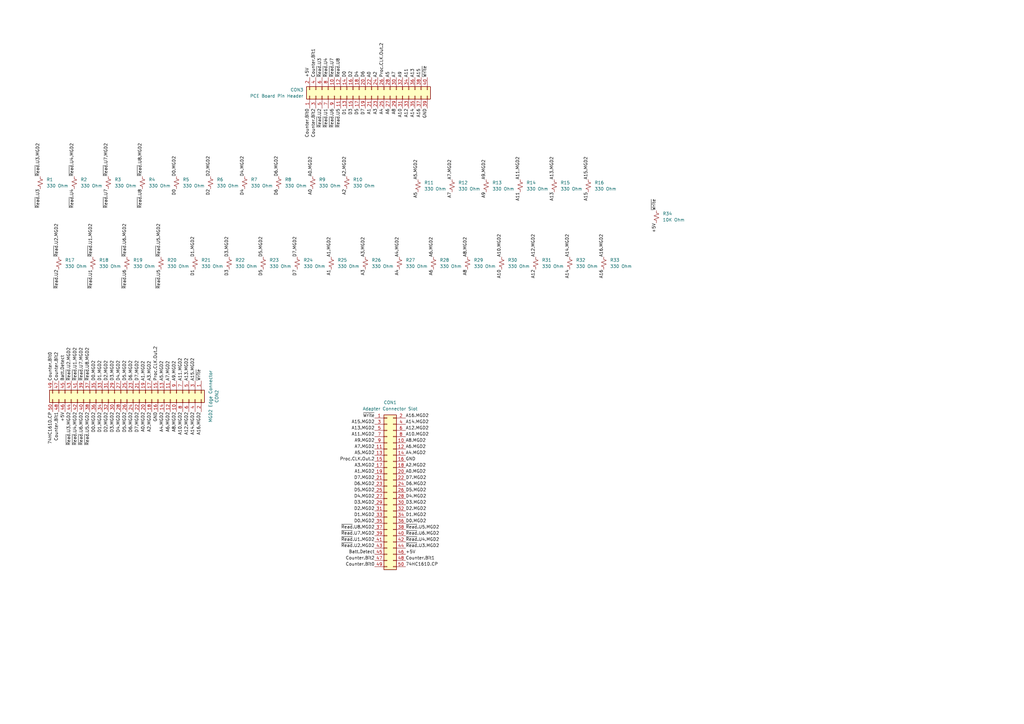
<source format=kicad_sch>
(kicad_sch
	(version 20250114)
	(generator "eeschema")
	(generator_version "9.0")
	(uuid "e7b09a9a-f8e7-4ea3-98a1-e5deb36889b3")
	(paper "A3")
	(lib_symbols
		(symbol "Connector_Generic:Conn_02x20_Odd_Even"
			(pin_names
				(offset 1.016)
				(hide yes)
			)
			(exclude_from_sim no)
			(in_bom yes)
			(on_board yes)
			(property "Reference" "J"
				(at 1.27 25.4 0)
				(effects
					(font
						(size 1.27 1.27)
					)
				)
			)
			(property "Value" "Conn_02x20_Odd_Even"
				(at 1.27 -27.94 0)
				(effects
					(font
						(size 1.27 1.27)
					)
				)
			)
			(property "Footprint" ""
				(at 0 0 0)
				(effects
					(font
						(size 1.27 1.27)
					)
					(hide yes)
				)
			)
			(property "Datasheet" "~"
				(at 0 0 0)
				(effects
					(font
						(size 1.27 1.27)
					)
					(hide yes)
				)
			)
			(property "Description" "Generic connector, double row, 02x20, odd/even pin numbering scheme (row 1 odd numbers, row 2 even numbers), script generated (kicad-library-utils/schlib/autogen/connector/)"
				(at 0 0 0)
				(effects
					(font
						(size 1.27 1.27)
					)
					(hide yes)
				)
			)
			(property "ki_keywords" "connector"
				(at 0 0 0)
				(effects
					(font
						(size 1.27 1.27)
					)
					(hide yes)
				)
			)
			(property "ki_fp_filters" "Connector*:*_2x??_*"
				(at 0 0 0)
				(effects
					(font
						(size 1.27 1.27)
					)
					(hide yes)
				)
			)
			(symbol "Conn_02x20_Odd_Even_1_1"
				(rectangle
					(start -1.27 24.13)
					(end 3.81 -26.67)
					(stroke
						(width 0.254)
						(type default)
					)
					(fill
						(type background)
					)
				)
				(rectangle
					(start -1.27 22.987)
					(end 0 22.733)
					(stroke
						(width 0.1524)
						(type default)
					)
					(fill
						(type none)
					)
				)
				(rectangle
					(start -1.27 20.447)
					(end 0 20.193)
					(stroke
						(width 0.1524)
						(type default)
					)
					(fill
						(type none)
					)
				)
				(rectangle
					(start -1.27 17.907)
					(end 0 17.653)
					(stroke
						(width 0.1524)
						(type default)
					)
					(fill
						(type none)
					)
				)
				(rectangle
					(start -1.27 15.367)
					(end 0 15.113)
					(stroke
						(width 0.1524)
						(type default)
					)
					(fill
						(type none)
					)
				)
				(rectangle
					(start -1.27 12.827)
					(end 0 12.573)
					(stroke
						(width 0.1524)
						(type default)
					)
					(fill
						(type none)
					)
				)
				(rectangle
					(start -1.27 10.287)
					(end 0 10.033)
					(stroke
						(width 0.1524)
						(type default)
					)
					(fill
						(type none)
					)
				)
				(rectangle
					(start -1.27 7.747)
					(end 0 7.493)
					(stroke
						(width 0.1524)
						(type default)
					)
					(fill
						(type none)
					)
				)
				(rectangle
					(start -1.27 5.207)
					(end 0 4.953)
					(stroke
						(width 0.1524)
						(type default)
					)
					(fill
						(type none)
					)
				)
				(rectangle
					(start -1.27 2.667)
					(end 0 2.413)
					(stroke
						(width 0.1524)
						(type default)
					)
					(fill
						(type none)
					)
				)
				(rectangle
					(start -1.27 0.127)
					(end 0 -0.127)
					(stroke
						(width 0.1524)
						(type default)
					)
					(fill
						(type none)
					)
				)
				(rectangle
					(start -1.27 -2.413)
					(end 0 -2.667)
					(stroke
						(width 0.1524)
						(type default)
					)
					(fill
						(type none)
					)
				)
				(rectangle
					(start -1.27 -4.953)
					(end 0 -5.207)
					(stroke
						(width 0.1524)
						(type default)
					)
					(fill
						(type none)
					)
				)
				(rectangle
					(start -1.27 -7.493)
					(end 0 -7.747)
					(stroke
						(width 0.1524)
						(type default)
					)
					(fill
						(type none)
					)
				)
				(rectangle
					(start -1.27 -10.033)
					(end 0 -10.287)
					(stroke
						(width 0.1524)
						(type default)
					)
					(fill
						(type none)
					)
				)
				(rectangle
					(start -1.27 -12.573)
					(end 0 -12.827)
					(stroke
						(width 0.1524)
						(type default)
					)
					(fill
						(type none)
					)
				)
				(rectangle
					(start -1.27 -15.113)
					(end 0 -15.367)
					(stroke
						(width 0.1524)
						(type default)
					)
					(fill
						(type none)
					)
				)
				(rectangle
					(start -1.27 -17.653)
					(end 0 -17.907)
					(stroke
						(width 0.1524)
						(type default)
					)
					(fill
						(type none)
					)
				)
				(rectangle
					(start -1.27 -20.193)
					(end 0 -20.447)
					(stroke
						(width 0.1524)
						(type default)
					)
					(fill
						(type none)
					)
				)
				(rectangle
					(start -1.27 -22.733)
					(end 0 -22.987)
					(stroke
						(width 0.1524)
						(type default)
					)
					(fill
						(type none)
					)
				)
				(rectangle
					(start -1.27 -25.273)
					(end 0 -25.527)
					(stroke
						(width 0.1524)
						(type default)
					)
					(fill
						(type none)
					)
				)
				(rectangle
					(start 3.81 22.987)
					(end 2.54 22.733)
					(stroke
						(width 0.1524)
						(type default)
					)
					(fill
						(type none)
					)
				)
				(rectangle
					(start 3.81 20.447)
					(end 2.54 20.193)
					(stroke
						(width 0.1524)
						(type default)
					)
					(fill
						(type none)
					)
				)
				(rectangle
					(start 3.81 17.907)
					(end 2.54 17.653)
					(stroke
						(width 0.1524)
						(type default)
					)
					(fill
						(type none)
					)
				)
				(rectangle
					(start 3.81 15.367)
					(end 2.54 15.113)
					(stroke
						(width 0.1524)
						(type default)
					)
					(fill
						(type none)
					)
				)
				(rectangle
					(start 3.81 12.827)
					(end 2.54 12.573)
					(stroke
						(width 0.1524)
						(type default)
					)
					(fill
						(type none)
					)
				)
				(rectangle
					(start 3.81 10.287)
					(end 2.54 10.033)
					(stroke
						(width 0.1524)
						(type default)
					)
					(fill
						(type none)
					)
				)
				(rectangle
					(start 3.81 7.747)
					(end 2.54 7.493)
					(stroke
						(width 0.1524)
						(type default)
					)
					(fill
						(type none)
					)
				)
				(rectangle
					(start 3.81 5.207)
					(end 2.54 4.953)
					(stroke
						(width 0.1524)
						(type default)
					)
					(fill
						(type none)
					)
				)
				(rectangle
					(start 3.81 2.667)
					(end 2.54 2.413)
					(stroke
						(width 0.1524)
						(type default)
					)
					(fill
						(type none)
					)
				)
				(rectangle
					(start 3.81 0.127)
					(end 2.54 -0.127)
					(stroke
						(width 0.1524)
						(type default)
					)
					(fill
						(type none)
					)
				)
				(rectangle
					(start 3.81 -2.413)
					(end 2.54 -2.667)
					(stroke
						(width 0.1524)
						(type default)
					)
					(fill
						(type none)
					)
				)
				(rectangle
					(start 3.81 -4.953)
					(end 2.54 -5.207)
					(stroke
						(width 0.1524)
						(type default)
					)
					(fill
						(type none)
					)
				)
				(rectangle
					(start 3.81 -7.493)
					(end 2.54 -7.747)
					(stroke
						(width 0.1524)
						(type default)
					)
					(fill
						(type none)
					)
				)
				(rectangle
					(start 3.81 -10.033)
					(end 2.54 -10.287)
					(stroke
						(width 0.1524)
						(type default)
					)
					(fill
						(type none)
					)
				)
				(rectangle
					(start 3.81 -12.573)
					(end 2.54 -12.827)
					(stroke
						(width 0.1524)
						(type default)
					)
					(fill
						(type none)
					)
				)
				(rectangle
					(start 3.81 -15.113)
					(end 2.54 -15.367)
					(stroke
						(width 0.1524)
						(type default)
					)
					(fill
						(type none)
					)
				)
				(rectangle
					(start 3.81 -17.653)
					(end 2.54 -17.907)
					(stroke
						(width 0.1524)
						(type default)
					)
					(fill
						(type none)
					)
				)
				(rectangle
					(start 3.81 -20.193)
					(end 2.54 -20.447)
					(stroke
						(width 0.1524)
						(type default)
					)
					(fill
						(type none)
					)
				)
				(rectangle
					(start 3.81 -22.733)
					(end 2.54 -22.987)
					(stroke
						(width 0.1524)
						(type default)
					)
					(fill
						(type none)
					)
				)
				(rectangle
					(start 3.81 -25.273)
					(end 2.54 -25.527)
					(stroke
						(width 0.1524)
						(type default)
					)
					(fill
						(type none)
					)
				)
				(pin passive line
					(at -5.08 22.86 0)
					(length 3.81)
					(name "Pin_1"
						(effects
							(font
								(size 1.27 1.27)
							)
						)
					)
					(number "1"
						(effects
							(font
								(size 1.27 1.27)
							)
						)
					)
				)
				(pin passive line
					(at -5.08 20.32 0)
					(length 3.81)
					(name "Pin_3"
						(effects
							(font
								(size 1.27 1.27)
							)
						)
					)
					(number "3"
						(effects
							(font
								(size 1.27 1.27)
							)
						)
					)
				)
				(pin passive line
					(at -5.08 17.78 0)
					(length 3.81)
					(name "Pin_5"
						(effects
							(font
								(size 1.27 1.27)
							)
						)
					)
					(number "5"
						(effects
							(font
								(size 1.27 1.27)
							)
						)
					)
				)
				(pin passive line
					(at -5.08 15.24 0)
					(length 3.81)
					(name "Pin_7"
						(effects
							(font
								(size 1.27 1.27)
							)
						)
					)
					(number "7"
						(effects
							(font
								(size 1.27 1.27)
							)
						)
					)
				)
				(pin passive line
					(at -5.08 12.7 0)
					(length 3.81)
					(name "Pin_9"
						(effects
							(font
								(size 1.27 1.27)
							)
						)
					)
					(number "9"
						(effects
							(font
								(size 1.27 1.27)
							)
						)
					)
				)
				(pin passive line
					(at -5.08 10.16 0)
					(length 3.81)
					(name "Pin_11"
						(effects
							(font
								(size 1.27 1.27)
							)
						)
					)
					(number "11"
						(effects
							(font
								(size 1.27 1.27)
							)
						)
					)
				)
				(pin passive line
					(at -5.08 7.62 0)
					(length 3.81)
					(name "Pin_13"
						(effects
							(font
								(size 1.27 1.27)
							)
						)
					)
					(number "13"
						(effects
							(font
								(size 1.27 1.27)
							)
						)
					)
				)
				(pin passive line
					(at -5.08 5.08 0)
					(length 3.81)
					(name "Pin_15"
						(effects
							(font
								(size 1.27 1.27)
							)
						)
					)
					(number "15"
						(effects
							(font
								(size 1.27 1.27)
							)
						)
					)
				)
				(pin passive line
					(at -5.08 2.54 0)
					(length 3.81)
					(name "Pin_17"
						(effects
							(font
								(size 1.27 1.27)
							)
						)
					)
					(number "17"
						(effects
							(font
								(size 1.27 1.27)
							)
						)
					)
				)
				(pin passive line
					(at -5.08 0 0)
					(length 3.81)
					(name "Pin_19"
						(effects
							(font
								(size 1.27 1.27)
							)
						)
					)
					(number "19"
						(effects
							(font
								(size 1.27 1.27)
							)
						)
					)
				)
				(pin passive line
					(at -5.08 -2.54 0)
					(length 3.81)
					(name "Pin_21"
						(effects
							(font
								(size 1.27 1.27)
							)
						)
					)
					(number "21"
						(effects
							(font
								(size 1.27 1.27)
							)
						)
					)
				)
				(pin passive line
					(at -5.08 -5.08 0)
					(length 3.81)
					(name "Pin_23"
						(effects
							(font
								(size 1.27 1.27)
							)
						)
					)
					(number "23"
						(effects
							(font
								(size 1.27 1.27)
							)
						)
					)
				)
				(pin passive line
					(at -5.08 -7.62 0)
					(length 3.81)
					(name "Pin_25"
						(effects
							(font
								(size 1.27 1.27)
							)
						)
					)
					(number "25"
						(effects
							(font
								(size 1.27 1.27)
							)
						)
					)
				)
				(pin passive line
					(at -5.08 -10.16 0)
					(length 3.81)
					(name "Pin_27"
						(effects
							(font
								(size 1.27 1.27)
							)
						)
					)
					(number "27"
						(effects
							(font
								(size 1.27 1.27)
							)
						)
					)
				)
				(pin passive line
					(at -5.08 -12.7 0)
					(length 3.81)
					(name "Pin_29"
						(effects
							(font
								(size 1.27 1.27)
							)
						)
					)
					(number "29"
						(effects
							(font
								(size 1.27 1.27)
							)
						)
					)
				)
				(pin passive line
					(at -5.08 -15.24 0)
					(length 3.81)
					(name "Pin_31"
						(effects
							(font
								(size 1.27 1.27)
							)
						)
					)
					(number "31"
						(effects
							(font
								(size 1.27 1.27)
							)
						)
					)
				)
				(pin passive line
					(at -5.08 -17.78 0)
					(length 3.81)
					(name "Pin_33"
						(effects
							(font
								(size 1.27 1.27)
							)
						)
					)
					(number "33"
						(effects
							(font
								(size 1.27 1.27)
							)
						)
					)
				)
				(pin passive line
					(at -5.08 -20.32 0)
					(length 3.81)
					(name "Pin_35"
						(effects
							(font
								(size 1.27 1.27)
							)
						)
					)
					(number "35"
						(effects
							(font
								(size 1.27 1.27)
							)
						)
					)
				)
				(pin passive line
					(at -5.08 -22.86 0)
					(length 3.81)
					(name "Pin_37"
						(effects
							(font
								(size 1.27 1.27)
							)
						)
					)
					(number "37"
						(effects
							(font
								(size 1.27 1.27)
							)
						)
					)
				)
				(pin passive line
					(at -5.08 -25.4 0)
					(length 3.81)
					(name "Pin_39"
						(effects
							(font
								(size 1.27 1.27)
							)
						)
					)
					(number "39"
						(effects
							(font
								(size 1.27 1.27)
							)
						)
					)
				)
				(pin passive line
					(at 7.62 22.86 180)
					(length 3.81)
					(name "Pin_2"
						(effects
							(font
								(size 1.27 1.27)
							)
						)
					)
					(number "2"
						(effects
							(font
								(size 1.27 1.27)
							)
						)
					)
				)
				(pin passive line
					(at 7.62 20.32 180)
					(length 3.81)
					(name "Pin_4"
						(effects
							(font
								(size 1.27 1.27)
							)
						)
					)
					(number "4"
						(effects
							(font
								(size 1.27 1.27)
							)
						)
					)
				)
				(pin passive line
					(at 7.62 17.78 180)
					(length 3.81)
					(name "Pin_6"
						(effects
							(font
								(size 1.27 1.27)
							)
						)
					)
					(number "6"
						(effects
							(font
								(size 1.27 1.27)
							)
						)
					)
				)
				(pin passive line
					(at 7.62 15.24 180)
					(length 3.81)
					(name "Pin_8"
						(effects
							(font
								(size 1.27 1.27)
							)
						)
					)
					(number "8"
						(effects
							(font
								(size 1.27 1.27)
							)
						)
					)
				)
				(pin passive line
					(at 7.62 12.7 180)
					(length 3.81)
					(name "Pin_10"
						(effects
							(font
								(size 1.27 1.27)
							)
						)
					)
					(number "10"
						(effects
							(font
								(size 1.27 1.27)
							)
						)
					)
				)
				(pin passive line
					(at 7.62 10.16 180)
					(length 3.81)
					(name "Pin_12"
						(effects
							(font
								(size 1.27 1.27)
							)
						)
					)
					(number "12"
						(effects
							(font
								(size 1.27 1.27)
							)
						)
					)
				)
				(pin passive line
					(at 7.62 7.62 180)
					(length 3.81)
					(name "Pin_14"
						(effects
							(font
								(size 1.27 1.27)
							)
						)
					)
					(number "14"
						(effects
							(font
								(size 1.27 1.27)
							)
						)
					)
				)
				(pin passive line
					(at 7.62 5.08 180)
					(length 3.81)
					(name "Pin_16"
						(effects
							(font
								(size 1.27 1.27)
							)
						)
					)
					(number "16"
						(effects
							(font
								(size 1.27 1.27)
							)
						)
					)
				)
				(pin passive line
					(at 7.62 2.54 180)
					(length 3.81)
					(name "Pin_18"
						(effects
							(font
								(size 1.27 1.27)
							)
						)
					)
					(number "18"
						(effects
							(font
								(size 1.27 1.27)
							)
						)
					)
				)
				(pin passive line
					(at 7.62 0 180)
					(length 3.81)
					(name "Pin_20"
						(effects
							(font
								(size 1.27 1.27)
							)
						)
					)
					(number "20"
						(effects
							(font
								(size 1.27 1.27)
							)
						)
					)
				)
				(pin passive line
					(at 7.62 -2.54 180)
					(length 3.81)
					(name "Pin_22"
						(effects
							(font
								(size 1.27 1.27)
							)
						)
					)
					(number "22"
						(effects
							(font
								(size 1.27 1.27)
							)
						)
					)
				)
				(pin passive line
					(at 7.62 -5.08 180)
					(length 3.81)
					(name "Pin_24"
						(effects
							(font
								(size 1.27 1.27)
							)
						)
					)
					(number "24"
						(effects
							(font
								(size 1.27 1.27)
							)
						)
					)
				)
				(pin passive line
					(at 7.62 -7.62 180)
					(length 3.81)
					(name "Pin_26"
						(effects
							(font
								(size 1.27 1.27)
							)
						)
					)
					(number "26"
						(effects
							(font
								(size 1.27 1.27)
							)
						)
					)
				)
				(pin passive line
					(at 7.62 -10.16 180)
					(length 3.81)
					(name "Pin_28"
						(effects
							(font
								(size 1.27 1.27)
							)
						)
					)
					(number "28"
						(effects
							(font
								(size 1.27 1.27)
							)
						)
					)
				)
				(pin passive line
					(at 7.62 -12.7 180)
					(length 3.81)
					(name "Pin_30"
						(effects
							(font
								(size 1.27 1.27)
							)
						)
					)
					(number "30"
						(effects
							(font
								(size 1.27 1.27)
							)
						)
					)
				)
				(pin passive line
					(at 7.62 -15.24 180)
					(length 3.81)
					(name "Pin_32"
						(effects
							(font
								(size 1.27 1.27)
							)
						)
					)
					(number "32"
						(effects
							(font
								(size 1.27 1.27)
							)
						)
					)
				)
				(pin passive line
					(at 7.62 -17.78 180)
					(length 3.81)
					(name "Pin_34"
						(effects
							(font
								(size 1.27 1.27)
							)
						)
					)
					(number "34"
						(effects
							(font
								(size 1.27 1.27)
							)
						)
					)
				)
				(pin passive line
					(at 7.62 -20.32 180)
					(length 3.81)
					(name "Pin_36"
						(effects
							(font
								(size 1.27 1.27)
							)
						)
					)
					(number "36"
						(effects
							(font
								(size 1.27 1.27)
							)
						)
					)
				)
				(pin passive line
					(at 7.62 -22.86 180)
					(length 3.81)
					(name "Pin_38"
						(effects
							(font
								(size 1.27 1.27)
							)
						)
					)
					(number "38"
						(effects
							(font
								(size 1.27 1.27)
							)
						)
					)
				)
				(pin passive line
					(at 7.62 -25.4 180)
					(length 3.81)
					(name "Pin_40"
						(effects
							(font
								(size 1.27 1.27)
							)
						)
					)
					(number "40"
						(effects
							(font
								(size 1.27 1.27)
							)
						)
					)
				)
			)
			(embedded_fonts no)
		)
		(symbol "Connector_Generic:Conn_02x25_Odd_Even"
			(pin_names
				(offset 1.016)
				(hide yes)
			)
			(exclude_from_sim no)
			(in_bom yes)
			(on_board yes)
			(property "Reference" "J"
				(at 1.27 33.02 0)
				(effects
					(font
						(size 1.27 1.27)
					)
				)
			)
			(property "Value" "Conn_02x25_Odd_Even"
				(at 1.27 -33.02 0)
				(effects
					(font
						(size 1.27 1.27)
					)
				)
			)
			(property "Footprint" ""
				(at 0 0 0)
				(effects
					(font
						(size 1.27 1.27)
					)
					(hide yes)
				)
			)
			(property "Datasheet" "~"
				(at 0 0 0)
				(effects
					(font
						(size 1.27 1.27)
					)
					(hide yes)
				)
			)
			(property "Description" "Generic connector, double row, 02x25, odd/even pin numbering scheme (row 1 odd numbers, row 2 even numbers), script generated (kicad-library-utils/schlib/autogen/connector/)"
				(at 0 0 0)
				(effects
					(font
						(size 1.27 1.27)
					)
					(hide yes)
				)
			)
			(property "ki_keywords" "connector"
				(at 0 0 0)
				(effects
					(font
						(size 1.27 1.27)
					)
					(hide yes)
				)
			)
			(property "ki_fp_filters" "Connector*:*_2x??_*"
				(at 0 0 0)
				(effects
					(font
						(size 1.27 1.27)
					)
					(hide yes)
				)
			)
			(symbol "Conn_02x25_Odd_Even_1_1"
				(rectangle
					(start -1.27 31.75)
					(end 3.81 -31.75)
					(stroke
						(width 0.254)
						(type default)
					)
					(fill
						(type background)
					)
				)
				(rectangle
					(start -1.27 30.607)
					(end 0 30.353)
					(stroke
						(width 0.1524)
						(type default)
					)
					(fill
						(type none)
					)
				)
				(rectangle
					(start -1.27 28.067)
					(end 0 27.813)
					(stroke
						(width 0.1524)
						(type default)
					)
					(fill
						(type none)
					)
				)
				(rectangle
					(start -1.27 25.527)
					(end 0 25.273)
					(stroke
						(width 0.1524)
						(type default)
					)
					(fill
						(type none)
					)
				)
				(rectangle
					(start -1.27 22.987)
					(end 0 22.733)
					(stroke
						(width 0.1524)
						(type default)
					)
					(fill
						(type none)
					)
				)
				(rectangle
					(start -1.27 20.447)
					(end 0 20.193)
					(stroke
						(width 0.1524)
						(type default)
					)
					(fill
						(type none)
					)
				)
				(rectangle
					(start -1.27 17.907)
					(end 0 17.653)
					(stroke
						(width 0.1524)
						(type default)
					)
					(fill
						(type none)
					)
				)
				(rectangle
					(start -1.27 15.367)
					(end 0 15.113)
					(stroke
						(width 0.1524)
						(type default)
					)
					(fill
						(type none)
					)
				)
				(rectangle
					(start -1.27 12.827)
					(end 0 12.573)
					(stroke
						(width 0.1524)
						(type default)
					)
					(fill
						(type none)
					)
				)
				(rectangle
					(start -1.27 10.287)
					(end 0 10.033)
					(stroke
						(width 0.1524)
						(type default)
					)
					(fill
						(type none)
					)
				)
				(rectangle
					(start -1.27 7.747)
					(end 0 7.493)
					(stroke
						(width 0.1524)
						(type default)
					)
					(fill
						(type none)
					)
				)
				(rectangle
					(start -1.27 5.207)
					(end 0 4.953)
					(stroke
						(width 0.1524)
						(type default)
					)
					(fill
						(type none)
					)
				)
				(rectangle
					(start -1.27 2.667)
					(end 0 2.413)
					(stroke
						(width 0.1524)
						(type default)
					)
					(fill
						(type none)
					)
				)
				(rectangle
					(start -1.27 0.127)
					(end 0 -0.127)
					(stroke
						(width 0.1524)
						(type default)
					)
					(fill
						(type none)
					)
				)
				(rectangle
					(start -1.27 -2.413)
					(end 0 -2.667)
					(stroke
						(width 0.1524)
						(type default)
					)
					(fill
						(type none)
					)
				)
				(rectangle
					(start -1.27 -4.953)
					(end 0 -5.207)
					(stroke
						(width 0.1524)
						(type default)
					)
					(fill
						(type none)
					)
				)
				(rectangle
					(start -1.27 -7.493)
					(end 0 -7.747)
					(stroke
						(width 0.1524)
						(type default)
					)
					(fill
						(type none)
					)
				)
				(rectangle
					(start -1.27 -10.033)
					(end 0 -10.287)
					(stroke
						(width 0.1524)
						(type default)
					)
					(fill
						(type none)
					)
				)
				(rectangle
					(start -1.27 -12.573)
					(end 0 -12.827)
					(stroke
						(width 0.1524)
						(type default)
					)
					(fill
						(type none)
					)
				)
				(rectangle
					(start -1.27 -15.113)
					(end 0 -15.367)
					(stroke
						(width 0.1524)
						(type default)
					)
					(fill
						(type none)
					)
				)
				(rectangle
					(start -1.27 -17.653)
					(end 0 -17.907)
					(stroke
						(width 0.1524)
						(type default)
					)
					(fill
						(type none)
					)
				)
				(rectangle
					(start -1.27 -20.193)
					(end 0 -20.447)
					(stroke
						(width 0.1524)
						(type default)
					)
					(fill
						(type none)
					)
				)
				(rectangle
					(start -1.27 -22.733)
					(end 0 -22.987)
					(stroke
						(width 0.1524)
						(type default)
					)
					(fill
						(type none)
					)
				)
				(rectangle
					(start -1.27 -25.273)
					(end 0 -25.527)
					(stroke
						(width 0.1524)
						(type default)
					)
					(fill
						(type none)
					)
				)
				(rectangle
					(start -1.27 -27.813)
					(end 0 -28.067)
					(stroke
						(width 0.1524)
						(type default)
					)
					(fill
						(type none)
					)
				)
				(rectangle
					(start -1.27 -30.353)
					(end 0 -30.607)
					(stroke
						(width 0.1524)
						(type default)
					)
					(fill
						(type none)
					)
				)
				(rectangle
					(start 3.81 30.607)
					(end 2.54 30.353)
					(stroke
						(width 0.1524)
						(type default)
					)
					(fill
						(type none)
					)
				)
				(rectangle
					(start 3.81 28.067)
					(end 2.54 27.813)
					(stroke
						(width 0.1524)
						(type default)
					)
					(fill
						(type none)
					)
				)
				(rectangle
					(start 3.81 25.527)
					(end 2.54 25.273)
					(stroke
						(width 0.1524)
						(type default)
					)
					(fill
						(type none)
					)
				)
				(rectangle
					(start 3.81 22.987)
					(end 2.54 22.733)
					(stroke
						(width 0.1524)
						(type default)
					)
					(fill
						(type none)
					)
				)
				(rectangle
					(start 3.81 20.447)
					(end 2.54 20.193)
					(stroke
						(width 0.1524)
						(type default)
					)
					(fill
						(type none)
					)
				)
				(rectangle
					(start 3.81 17.907)
					(end 2.54 17.653)
					(stroke
						(width 0.1524)
						(type default)
					)
					(fill
						(type none)
					)
				)
				(rectangle
					(start 3.81 15.367)
					(end 2.54 15.113)
					(stroke
						(width 0.1524)
						(type default)
					)
					(fill
						(type none)
					)
				)
				(rectangle
					(start 3.81 12.827)
					(end 2.54 12.573)
					(stroke
						(width 0.1524)
						(type default)
					)
					(fill
						(type none)
					)
				)
				(rectangle
					(start 3.81 10.287)
					(end 2.54 10.033)
					(stroke
						(width 0.1524)
						(type default)
					)
					(fill
						(type none)
					)
				)
				(rectangle
					(start 3.81 7.747)
					(end 2.54 7.493)
					(stroke
						(width 0.1524)
						(type default)
					)
					(fill
						(type none)
					)
				)
				(rectangle
					(start 3.81 5.207)
					(end 2.54 4.953)
					(stroke
						(width 0.1524)
						(type default)
					)
					(fill
						(type none)
					)
				)
				(rectangle
					(start 3.81 2.667)
					(end 2.54 2.413)
					(stroke
						(width 0.1524)
						(type default)
					)
					(fill
						(type none)
					)
				)
				(rectangle
					(start 3.81 0.127)
					(end 2.54 -0.127)
					(stroke
						(width 0.1524)
						(type default)
					)
					(fill
						(type none)
					)
				)
				(rectangle
					(start 3.81 -2.413)
					(end 2.54 -2.667)
					(stroke
						(width 0.1524)
						(type default)
					)
					(fill
						(type none)
					)
				)
				(rectangle
					(start 3.81 -4.953)
					(end 2.54 -5.207)
					(stroke
						(width 0.1524)
						(type default)
					)
					(fill
						(type none)
					)
				)
				(rectangle
					(start 3.81 -7.493)
					(end 2.54 -7.747)
					(stroke
						(width 0.1524)
						(type default)
					)
					(fill
						(type none)
					)
				)
				(rectangle
					(start 3.81 -10.033)
					(end 2.54 -10.287)
					(stroke
						(width 0.1524)
						(type default)
					)
					(fill
						(type none)
					)
				)
				(rectangle
					(start 3.81 -12.573)
					(end 2.54 -12.827)
					(stroke
						(width 0.1524)
						(type default)
					)
					(fill
						(type none)
					)
				)
				(rectangle
					(start 3.81 -15.113)
					(end 2.54 -15.367)
					(stroke
						(width 0.1524)
						(type default)
					)
					(fill
						(type none)
					)
				)
				(rectangle
					(start 3.81 -17.653)
					(end 2.54 -17.907)
					(stroke
						(width 0.1524)
						(type default)
					)
					(fill
						(type none)
					)
				)
				(rectangle
					(start 3.81 -20.193)
					(end 2.54 -20.447)
					(stroke
						(width 0.1524)
						(type default)
					)
					(fill
						(type none)
					)
				)
				(rectangle
					(start 3.81 -22.733)
					(end 2.54 -22.987)
					(stroke
						(width 0.1524)
						(type default)
					)
					(fill
						(type none)
					)
				)
				(rectangle
					(start 3.81 -25.273)
					(end 2.54 -25.527)
					(stroke
						(width 0.1524)
						(type default)
					)
					(fill
						(type none)
					)
				)
				(rectangle
					(start 3.81 -27.813)
					(end 2.54 -28.067)
					(stroke
						(width 0.1524)
						(type default)
					)
					(fill
						(type none)
					)
				)
				(rectangle
					(start 3.81 -30.353)
					(end 2.54 -30.607)
					(stroke
						(width 0.1524)
						(type default)
					)
					(fill
						(type none)
					)
				)
				(pin passive line
					(at -5.08 30.48 0)
					(length 3.81)
					(name "Pin_1"
						(effects
							(font
								(size 1.27 1.27)
							)
						)
					)
					(number "1"
						(effects
							(font
								(size 1.27 1.27)
							)
						)
					)
				)
				(pin passive line
					(at -5.08 27.94 0)
					(length 3.81)
					(name "Pin_3"
						(effects
							(font
								(size 1.27 1.27)
							)
						)
					)
					(number "3"
						(effects
							(font
								(size 1.27 1.27)
							)
						)
					)
				)
				(pin passive line
					(at -5.08 25.4 0)
					(length 3.81)
					(name "Pin_5"
						(effects
							(font
								(size 1.27 1.27)
							)
						)
					)
					(number "5"
						(effects
							(font
								(size 1.27 1.27)
							)
						)
					)
				)
				(pin passive line
					(at -5.08 22.86 0)
					(length 3.81)
					(name "Pin_7"
						(effects
							(font
								(size 1.27 1.27)
							)
						)
					)
					(number "7"
						(effects
							(font
								(size 1.27 1.27)
							)
						)
					)
				)
				(pin passive line
					(at -5.08 20.32 0)
					(length 3.81)
					(name "Pin_9"
						(effects
							(font
								(size 1.27 1.27)
							)
						)
					)
					(number "9"
						(effects
							(font
								(size 1.27 1.27)
							)
						)
					)
				)
				(pin passive line
					(at -5.08 17.78 0)
					(length 3.81)
					(name "Pin_11"
						(effects
							(font
								(size 1.27 1.27)
							)
						)
					)
					(number "11"
						(effects
							(font
								(size 1.27 1.27)
							)
						)
					)
				)
				(pin passive line
					(at -5.08 15.24 0)
					(length 3.81)
					(name "Pin_13"
						(effects
							(font
								(size 1.27 1.27)
							)
						)
					)
					(number "13"
						(effects
							(font
								(size 1.27 1.27)
							)
						)
					)
				)
				(pin passive line
					(at -5.08 12.7 0)
					(length 3.81)
					(name "Pin_15"
						(effects
							(font
								(size 1.27 1.27)
							)
						)
					)
					(number "15"
						(effects
							(font
								(size 1.27 1.27)
							)
						)
					)
				)
				(pin passive line
					(at -5.08 10.16 0)
					(length 3.81)
					(name "Pin_17"
						(effects
							(font
								(size 1.27 1.27)
							)
						)
					)
					(number "17"
						(effects
							(font
								(size 1.27 1.27)
							)
						)
					)
				)
				(pin passive line
					(at -5.08 7.62 0)
					(length 3.81)
					(name "Pin_19"
						(effects
							(font
								(size 1.27 1.27)
							)
						)
					)
					(number "19"
						(effects
							(font
								(size 1.27 1.27)
							)
						)
					)
				)
				(pin passive line
					(at -5.08 5.08 0)
					(length 3.81)
					(name "Pin_21"
						(effects
							(font
								(size 1.27 1.27)
							)
						)
					)
					(number "21"
						(effects
							(font
								(size 1.27 1.27)
							)
						)
					)
				)
				(pin passive line
					(at -5.08 2.54 0)
					(length 3.81)
					(name "Pin_23"
						(effects
							(font
								(size 1.27 1.27)
							)
						)
					)
					(number "23"
						(effects
							(font
								(size 1.27 1.27)
							)
						)
					)
				)
				(pin passive line
					(at -5.08 0 0)
					(length 3.81)
					(name "Pin_25"
						(effects
							(font
								(size 1.27 1.27)
							)
						)
					)
					(number "25"
						(effects
							(font
								(size 1.27 1.27)
							)
						)
					)
				)
				(pin passive line
					(at -5.08 -2.54 0)
					(length 3.81)
					(name "Pin_27"
						(effects
							(font
								(size 1.27 1.27)
							)
						)
					)
					(number "27"
						(effects
							(font
								(size 1.27 1.27)
							)
						)
					)
				)
				(pin passive line
					(at -5.08 -5.08 0)
					(length 3.81)
					(name "Pin_29"
						(effects
							(font
								(size 1.27 1.27)
							)
						)
					)
					(number "29"
						(effects
							(font
								(size 1.27 1.27)
							)
						)
					)
				)
				(pin passive line
					(at -5.08 -7.62 0)
					(length 3.81)
					(name "Pin_31"
						(effects
							(font
								(size 1.27 1.27)
							)
						)
					)
					(number "31"
						(effects
							(font
								(size 1.27 1.27)
							)
						)
					)
				)
				(pin passive line
					(at -5.08 -10.16 0)
					(length 3.81)
					(name "Pin_33"
						(effects
							(font
								(size 1.27 1.27)
							)
						)
					)
					(number "33"
						(effects
							(font
								(size 1.27 1.27)
							)
						)
					)
				)
				(pin passive line
					(at -5.08 -12.7 0)
					(length 3.81)
					(name "Pin_35"
						(effects
							(font
								(size 1.27 1.27)
							)
						)
					)
					(number "35"
						(effects
							(font
								(size 1.27 1.27)
							)
						)
					)
				)
				(pin passive line
					(at -5.08 -15.24 0)
					(length 3.81)
					(name "Pin_37"
						(effects
							(font
								(size 1.27 1.27)
							)
						)
					)
					(number "37"
						(effects
							(font
								(size 1.27 1.27)
							)
						)
					)
				)
				(pin passive line
					(at -5.08 -17.78 0)
					(length 3.81)
					(name "Pin_39"
						(effects
							(font
								(size 1.27 1.27)
							)
						)
					)
					(number "39"
						(effects
							(font
								(size 1.27 1.27)
							)
						)
					)
				)
				(pin passive line
					(at -5.08 -20.32 0)
					(length 3.81)
					(name "Pin_41"
						(effects
							(font
								(size 1.27 1.27)
							)
						)
					)
					(number "41"
						(effects
							(font
								(size 1.27 1.27)
							)
						)
					)
				)
				(pin passive line
					(at -5.08 -22.86 0)
					(length 3.81)
					(name "Pin_43"
						(effects
							(font
								(size 1.27 1.27)
							)
						)
					)
					(number "43"
						(effects
							(font
								(size 1.27 1.27)
							)
						)
					)
				)
				(pin passive line
					(at -5.08 -25.4 0)
					(length 3.81)
					(name "Pin_45"
						(effects
							(font
								(size 1.27 1.27)
							)
						)
					)
					(number "45"
						(effects
							(font
								(size 1.27 1.27)
							)
						)
					)
				)
				(pin passive line
					(at -5.08 -27.94 0)
					(length 3.81)
					(name "Pin_47"
						(effects
							(font
								(size 1.27 1.27)
							)
						)
					)
					(number "47"
						(effects
							(font
								(size 1.27 1.27)
							)
						)
					)
				)
				(pin passive line
					(at -5.08 -30.48 0)
					(length 3.81)
					(name "Pin_49"
						(effects
							(font
								(size 1.27 1.27)
							)
						)
					)
					(number "49"
						(effects
							(font
								(size 1.27 1.27)
							)
						)
					)
				)
				(pin passive line
					(at 7.62 30.48 180)
					(length 3.81)
					(name "Pin_2"
						(effects
							(font
								(size 1.27 1.27)
							)
						)
					)
					(number "2"
						(effects
							(font
								(size 1.27 1.27)
							)
						)
					)
				)
				(pin passive line
					(at 7.62 27.94 180)
					(length 3.81)
					(name "Pin_4"
						(effects
							(font
								(size 1.27 1.27)
							)
						)
					)
					(number "4"
						(effects
							(font
								(size 1.27 1.27)
							)
						)
					)
				)
				(pin passive line
					(at 7.62 25.4 180)
					(length 3.81)
					(name "Pin_6"
						(effects
							(font
								(size 1.27 1.27)
							)
						)
					)
					(number "6"
						(effects
							(font
								(size 1.27 1.27)
							)
						)
					)
				)
				(pin passive line
					(at 7.62 22.86 180)
					(length 3.81)
					(name "Pin_8"
						(effects
							(font
								(size 1.27 1.27)
							)
						)
					)
					(number "8"
						(effects
							(font
								(size 1.27 1.27)
							)
						)
					)
				)
				(pin passive line
					(at 7.62 20.32 180)
					(length 3.81)
					(name "Pin_10"
						(effects
							(font
								(size 1.27 1.27)
							)
						)
					)
					(number "10"
						(effects
							(font
								(size 1.27 1.27)
							)
						)
					)
				)
				(pin passive line
					(at 7.62 17.78 180)
					(length 3.81)
					(name "Pin_12"
						(effects
							(font
								(size 1.27 1.27)
							)
						)
					)
					(number "12"
						(effects
							(font
								(size 1.27 1.27)
							)
						)
					)
				)
				(pin passive line
					(at 7.62 15.24 180)
					(length 3.81)
					(name "Pin_14"
						(effects
							(font
								(size 1.27 1.27)
							)
						)
					)
					(number "14"
						(effects
							(font
								(size 1.27 1.27)
							)
						)
					)
				)
				(pin passive line
					(at 7.62 12.7 180)
					(length 3.81)
					(name "Pin_16"
						(effects
							(font
								(size 1.27 1.27)
							)
						)
					)
					(number "16"
						(effects
							(font
								(size 1.27 1.27)
							)
						)
					)
				)
				(pin passive line
					(at 7.62 10.16 180)
					(length 3.81)
					(name "Pin_18"
						(effects
							(font
								(size 1.27 1.27)
							)
						)
					)
					(number "18"
						(effects
							(font
								(size 1.27 1.27)
							)
						)
					)
				)
				(pin passive line
					(at 7.62 7.62 180)
					(length 3.81)
					(name "Pin_20"
						(effects
							(font
								(size 1.27 1.27)
							)
						)
					)
					(number "20"
						(effects
							(font
								(size 1.27 1.27)
							)
						)
					)
				)
				(pin passive line
					(at 7.62 5.08 180)
					(length 3.81)
					(name "Pin_22"
						(effects
							(font
								(size 1.27 1.27)
							)
						)
					)
					(number "22"
						(effects
							(font
								(size 1.27 1.27)
							)
						)
					)
				)
				(pin passive line
					(at 7.62 2.54 180)
					(length 3.81)
					(name "Pin_24"
						(effects
							(font
								(size 1.27 1.27)
							)
						)
					)
					(number "24"
						(effects
							(font
								(size 1.27 1.27)
							)
						)
					)
				)
				(pin passive line
					(at 7.62 0 180)
					(length 3.81)
					(name "Pin_26"
						(effects
							(font
								(size 1.27 1.27)
							)
						)
					)
					(number "26"
						(effects
							(font
								(size 1.27 1.27)
							)
						)
					)
				)
				(pin passive line
					(at 7.62 -2.54 180)
					(length 3.81)
					(name "Pin_28"
						(effects
							(font
								(size 1.27 1.27)
							)
						)
					)
					(number "28"
						(effects
							(font
								(size 1.27 1.27)
							)
						)
					)
				)
				(pin passive line
					(at 7.62 -5.08 180)
					(length 3.81)
					(name "Pin_30"
						(effects
							(font
								(size 1.27 1.27)
							)
						)
					)
					(number "30"
						(effects
							(font
								(size 1.27 1.27)
							)
						)
					)
				)
				(pin passive line
					(at 7.62 -7.62 180)
					(length 3.81)
					(name "Pin_32"
						(effects
							(font
								(size 1.27 1.27)
							)
						)
					)
					(number "32"
						(effects
							(font
								(size 1.27 1.27)
							)
						)
					)
				)
				(pin passive line
					(at 7.62 -10.16 180)
					(length 3.81)
					(name "Pin_34"
						(effects
							(font
								(size 1.27 1.27)
							)
						)
					)
					(number "34"
						(effects
							(font
								(size 1.27 1.27)
							)
						)
					)
				)
				(pin passive line
					(at 7.62 -12.7 180)
					(length 3.81)
					(name "Pin_36"
						(effects
							(font
								(size 1.27 1.27)
							)
						)
					)
					(number "36"
						(effects
							(font
								(size 1.27 1.27)
							)
						)
					)
				)
				(pin passive line
					(at 7.62 -15.24 180)
					(length 3.81)
					(name "Pin_38"
						(effects
							(font
								(size 1.27 1.27)
							)
						)
					)
					(number "38"
						(effects
							(font
								(size 1.27 1.27)
							)
						)
					)
				)
				(pin passive line
					(at 7.62 -17.78 180)
					(length 3.81)
					(name "Pin_40"
						(effects
							(font
								(size 1.27 1.27)
							)
						)
					)
					(number "40"
						(effects
							(font
								(size 1.27 1.27)
							)
						)
					)
				)
				(pin passive line
					(at 7.62 -20.32 180)
					(length 3.81)
					(name "Pin_42"
						(effects
							(font
								(size 1.27 1.27)
							)
						)
					)
					(number "42"
						(effects
							(font
								(size 1.27 1.27)
							)
						)
					)
				)
				(pin passive line
					(at 7.62 -22.86 180)
					(length 3.81)
					(name "Pin_44"
						(effects
							(font
								(size 1.27 1.27)
							)
						)
					)
					(number "44"
						(effects
							(font
								(size 1.27 1.27)
							)
						)
					)
				)
				(pin passive line
					(at 7.62 -25.4 180)
					(length 3.81)
					(name "Pin_46"
						(effects
							(font
								(size 1.27 1.27)
							)
						)
					)
					(number "46"
						(effects
							(font
								(size 1.27 1.27)
							)
						)
					)
				)
				(pin passive line
					(at 7.62 -27.94 180)
					(length 3.81)
					(name "Pin_48"
						(effects
							(font
								(size 1.27 1.27)
							)
						)
					)
					(number "48"
						(effects
							(font
								(size 1.27 1.27)
							)
						)
					)
				)
				(pin passive line
					(at 7.62 -30.48 180)
					(length 3.81)
					(name "Pin_50"
						(effects
							(font
								(size 1.27 1.27)
							)
						)
					)
					(number "50"
						(effects
							(font
								(size 1.27 1.27)
							)
						)
					)
				)
			)
			(embedded_fonts no)
		)
		(symbol "Device:R_Small_US"
			(pin_numbers
				(hide yes)
			)
			(pin_names
				(offset 0.254)
				(hide yes)
			)
			(exclude_from_sim no)
			(in_bom yes)
			(on_board yes)
			(property "Reference" "R"
				(at 0.762 0.508 0)
				(effects
					(font
						(size 1.27 1.27)
					)
					(justify left)
				)
			)
			(property "Value" "R_Small_US"
				(at 0.762 -1.016 0)
				(effects
					(font
						(size 1.27 1.27)
					)
					(justify left)
				)
			)
			(property "Footprint" ""
				(at 0 0 0)
				(effects
					(font
						(size 1.27 1.27)
					)
					(hide yes)
				)
			)
			(property "Datasheet" "~"
				(at 0 0 0)
				(effects
					(font
						(size 1.27 1.27)
					)
					(hide yes)
				)
			)
			(property "Description" "Resistor, small US symbol"
				(at 0 0 0)
				(effects
					(font
						(size 1.27 1.27)
					)
					(hide yes)
				)
			)
			(property "ki_keywords" "r resistor"
				(at 0 0 0)
				(effects
					(font
						(size 1.27 1.27)
					)
					(hide yes)
				)
			)
			(property "ki_fp_filters" "R_*"
				(at 0 0 0)
				(effects
					(font
						(size 1.27 1.27)
					)
					(hide yes)
				)
			)
			(symbol "R_Small_US_1_1"
				(polyline
					(pts
						(xy 0 1.524) (xy 1.016 1.143) (xy 0 0.762) (xy -1.016 0.381) (xy 0 0)
					)
					(stroke
						(width 0)
						(type default)
					)
					(fill
						(type none)
					)
				)
				(polyline
					(pts
						(xy 0 0) (xy 1.016 -0.381) (xy 0 -0.762) (xy -1.016 -1.143) (xy 0 -1.524)
					)
					(stroke
						(width 0)
						(type default)
					)
					(fill
						(type none)
					)
				)
				(pin passive line
					(at 0 2.54 270)
					(length 1.016)
					(name "~"
						(effects
							(font
								(size 1.27 1.27)
							)
						)
					)
					(number "1"
						(effects
							(font
								(size 1.27 1.27)
							)
						)
					)
				)
				(pin passive line
					(at 0 -2.54 90)
					(length 1.016)
					(name "~"
						(effects
							(font
								(size 1.27 1.27)
							)
						)
					)
					(number "2"
						(effects
							(font
								(size 1.27 1.27)
							)
						)
					)
				)
			)
			(embedded_fonts no)
		)
	)
	(label "A1.MGD2"
		(at 153.67 194.31 180)
		(effects
			(font
				(size 1.27 1.27)
			)
			(justify right bottom)
		)
		(uuid "01024a3c-082f-4c85-8f43-57647f617421")
	)
	(label "A16.MGD2"
		(at 82.55 168.91 270)
		(effects
			(font
				(size 1.27 1.27)
			)
			(justify right bottom)
		)
		(uuid "0635ad3c-2159-4235-9166-bcd6f3356964")
	)
	(label "A7"
		(at 185.42 78.74 270)
		(effects
			(font
				(size 1.27 1.27)
			)
			(justify right bottom)
		)
		(uuid "0795b217-5a3b-4604-abad-8264ba8485e6")
	)
	(label "D6.MGD2"
		(at 153.67 199.39 180)
		(effects
			(font
				(size 1.27 1.27)
			)
			(justify right bottom)
		)
		(uuid "07961d35-5dbd-434e-940e-6afdf494faa6")
	)
	(label "A9.MGD2"
		(at 153.67 181.61 180)
		(effects
			(font
				(size 1.27 1.27)
			)
			(justify right bottom)
		)
		(uuid "09cc29e0-e382-49dd-9cb6-21ff1dba5f3a")
	)
	(label "~{Read}.U8.MGD2"
		(at 153.67 217.17 180)
		(effects
			(font
				(size 1.27 1.27)
			)
			(justify right bottom)
		)
		(uuid "0a72f877-77ff-41fb-a601-2035b49176e7")
	)
	(label "A14.MGD2"
		(at 233.68 105.41 90)
		(effects
			(font
				(size 1.27 1.27)
			)
			(justify left bottom)
		)
		(uuid "0aec80de-dcc3-4546-aa32-144757c4e082")
	)
	(label "+5V"
		(at 269.24 91.44 270)
		(effects
			(font
				(size 1.27 1.27)
			)
			(justify right bottom)
		)
		(uuid "0c7448c1-a13a-4cda-a86d-4ecfb72e5b3a")
	)
	(label "A14.MGD2"
		(at 80.01 168.91 270)
		(effects
			(font
				(size 1.27 1.27)
			)
			(justify right bottom)
		)
		(uuid "0d664705-3f13-477f-b947-bba61bc3fc4d")
	)
	(label "~{Read}.U7"
		(at 137.16 31.75 90)
		(effects
			(font
				(size 1.27 1.27)
			)
			(justify left bottom)
		)
		(uuid "0de00729-0000-47a0-9f39-830bcf15ac88")
	)
	(label "A15"
		(at 172.72 31.75 90)
		(effects
			(font
				(size 1.27 1.27)
			)
			(justify left bottom)
		)
		(uuid "0e78a481-8e8a-41f1-a7c1-7df72a544458")
	)
	(label "~{Read}.U4.MGD2"
		(at 31.75 168.91 270)
		(effects
			(font
				(size 1.27 1.27)
			)
			(justify right bottom)
		)
		(uuid "0ebfdd3d-3740-4b10-9c84-c93995b263dd")
	)
	(label "D6.MGD2"
		(at 54.61 156.21 90)
		(effects
			(font
				(size 1.27 1.27)
			)
			(justify left bottom)
		)
		(uuid "0eda8737-df30-4611-a3d7-ad147c55be41")
	)
	(label "A2.MGD2"
		(at 142.24 72.39 90)
		(effects
			(font
				(size 1.27 1.27)
			)
			(justify left bottom)
		)
		(uuid "0f64b445-2eec-4694-a1cf-2898ad7f838c")
	)
	(label "A3"
		(at 154.94 44.45 270)
		(effects
			(font
				(size 1.27 1.27)
			)
			(justify right bottom)
		)
		(uuid "1269dd50-b1c4-432e-981e-3094a13d2025")
	)
	(label "A2.MGD2"
		(at 62.23 168.91 270)
		(effects
			(font
				(size 1.27 1.27)
			)
			(justify right bottom)
		)
		(uuid "12a856bb-c578-41d2-bcf6-46e336af5978")
	)
	(label "Proc.CLK.Out.2"
		(at 157.48 31.75 90)
		(effects
			(font
				(size 1.27 1.27)
			)
			(justify left bottom)
		)
		(uuid "14048fcb-81c0-4b9f-b647-2c0c21e996a5")
	)
	(label "A10.MGD2"
		(at 205.74 105.41 90)
		(effects
			(font
				(size 1.27 1.27)
			)
			(justify left bottom)
		)
		(uuid "15b82d20-dc59-437d-86eb-a3c69642a7f4")
	)
	(label "~{Write}"
		(at 269.24 86.36 90)
		(effects
			(font
				(size 1.27 1.27)
			)
			(justify left bottom)
		)
		(uuid "1685db62-42e5-49db-ab7a-8e5542c7f470")
	)
	(label "A7.MGD2"
		(at 185.42 73.66 90)
		(effects
			(font
				(size 1.27 1.27)
			)
			(justify left bottom)
		)
		(uuid "16fc7973-629b-403b-8ac5-072783120b39")
	)
	(label "D0.MGD2"
		(at 39.37 168.91 270)
		(effects
			(font
				(size 1.27 1.27)
			)
			(justify right bottom)
		)
		(uuid "1839bd94-91b4-473a-bf72-5022d424d680")
	)
	(label "D3.MGD2"
		(at 46.99 156.21 90)
		(effects
			(font
				(size 1.27 1.27)
			)
			(justify left bottom)
		)
		(uuid "1ad9dc8a-1dd2-4d7d-9860-db8634ab0618")
	)
	(label "A0.MGD2"
		(at 166.37 194.31 0)
		(effects
			(font
				(size 1.27 1.27)
			)
			(justify left bottom)
		)
		(uuid "1adad25f-9079-4f89-b2f7-91bcba80b634")
	)
	(label "GND"
		(at 166.37 189.23 0)
		(effects
			(font
				(size 1.27 1.27)
			)
			(justify left bottom)
		)
		(uuid "1bd25cf6-46e8-4cb4-8c4c-cfa4d0a51020")
	)
	(label "~{Read}.U7.MGD2"
		(at 34.29 156.21 90)
		(effects
			(font
				(size 1.27 1.27)
			)
			(justify left bottom)
		)
		(uuid "1f155746-34dc-4d64-b2ff-716108a61b16")
	)
	(label "A13.MGD2"
		(at 153.67 176.53 180)
		(effects
			(font
				(size 1.27 1.27)
			)
			(justify right bottom)
		)
		(uuid "206eba2d-9411-4863-acdd-9cc4d57f60df")
	)
	(label "+5V"
		(at 26.67 168.91 270)
		(effects
			(font
				(size 1.27 1.27)
			)
			(justify right bottom)
		)
		(uuid "241c4d87-bce8-4c1e-bd6a-17a9d67bbe8d")
	)
	(label "A2"
		(at 154.94 31.75 90)
		(effects
			(font
				(size 1.27 1.27)
			)
			(justify left bottom)
		)
		(uuid "25239611-c9d6-4f5b-9d8c-629d302a4c46")
	)
	(label "~{Read}.U8.MGD2"
		(at 36.83 156.21 90)
		(effects
			(font
				(size 1.27 1.27)
			)
			(justify left bottom)
		)
		(uuid "25a98a94-41a9-4799-b1b7-09b7a5b8e0f3")
	)
	(label "A12"
		(at 219.71 110.49 270)
		(effects
			(font
				(size 1.27 1.27)
			)
			(justify right bottom)
		)
		(uuid "27ba327c-87a9-4843-bc63-e617d796d015")
	)
	(label "~{Read}.U1"
		(at 134.62 44.45 270)
		(effects
			(font
				(size 1.27 1.27)
			)
			(justify right bottom)
		)
		(uuid "27e37ae7-7f43-4f07-a39b-2cdf99766ce2")
	)
	(label "D2.MGD2"
		(at 44.45 168.91 270)
		(effects
			(font
				(size 1.27 1.27)
			)
			(justify right bottom)
		)
		(uuid "29d719c7-f4fb-4f68-b239-74ff708efdfd")
	)
	(label "A15.MGD2"
		(at 80.01 156.21 90)
		(effects
			(font
				(size 1.27 1.27)
			)
			(justify left bottom)
		)
		(uuid "2a356a92-d325-4922-b469-86df556d3144")
	)
	(label "Counter.Bit2"
		(at 153.67 229.87 180)
		(effects
			(font
				(size 1.27 1.27)
			)
			(justify right bottom)
		)
		(uuid "2a6ef996-dc31-4e9f-bbcd-9b50857403aa")
	)
	(label "A3"
		(at 149.86 110.49 270)
		(effects
			(font
				(size 1.27 1.27)
			)
			(justify right bottom)
		)
		(uuid "3141673b-0d8c-4834-bae0-ab3f1bbe37c1")
	)
	(label "~{Read}.U8"
		(at 58.42 77.47 270)
		(effects
			(font
				(size 1.27 1.27)
			)
			(justify right bottom)
		)
		(uuid "31624caa-775e-42bc-b3f1-a96da1098e9b")
	)
	(label "A9"
		(at 199.39 78.74 270)
		(effects
			(font
				(size 1.27 1.27)
			)
			(justify right bottom)
		)
		(uuid "336df2cd-5566-4557-8f7c-b2b83a7ed7a5")
	)
	(label "D1"
		(at 142.24 44.45 270)
		(effects
			(font
				(size 1.27 1.27)
			)
			(justify right bottom)
		)
		(uuid "34931487-cf88-47f9-b160-9cce8c4ba45c")
	)
	(label "A9.MGD2"
		(at 72.39 156.21 90)
		(effects
			(font
				(size 1.27 1.27)
			)
			(justify left bottom)
		)
		(uuid "3661cb87-5902-4537-8fdb-ef7686faf463")
	)
	(label "D4.MGD2"
		(at 49.53 156.21 90)
		(effects
			(font
				(size 1.27 1.27)
			)
			(justify left bottom)
		)
		(uuid "3778521b-f38d-4e2a-be37-c6393b75eb81")
	)
	(label "D4.MGD2"
		(at 100.33 72.39 90)
		(effects
			(font
				(size 1.27 1.27)
			)
			(justify left bottom)
		)
		(uuid "37813de3-c52f-422e-8884-7fa0535a7aa5")
	)
	(label "A15.MGD2"
		(at 153.67 173.99 180)
		(effects
			(font
				(size 1.27 1.27)
			)
			(justify right bottom)
		)
		(uuid "38afafb7-c8bb-494d-9598-9911cd3d0c6b")
	)
	(label "A1"
		(at 135.89 110.49 270)
		(effects
			(font
				(size 1.27 1.27)
			)
			(justify right bottom)
		)
		(uuid "3a33e67d-2f91-4192-b984-e1b6fed8497a")
	)
	(label "~{Write}"
		(at 153.67 171.45 180)
		(effects
			(font
				(size 1.27 1.27)
			)
			(justify right bottom)
		)
		(uuid "3a375632-0bc8-482a-8c76-09c1bfe4615b")
	)
	(label "A7.MGD2"
		(at 69.85 156.21 90)
		(effects
			(font
				(size 1.27 1.27)
			)
			(justify left bottom)
		)
		(uuid "3bf99b5e-ce5f-4ac5-9f23-d0bd5fcb8207")
	)
	(label "D7"
		(at 149.86 44.45 270)
		(effects
			(font
				(size 1.27 1.27)
			)
			(justify right bottom)
		)
		(uuid "3c3464de-a173-4eba-8933-78825f49e4b4")
	)
	(label "A9"
		(at 165.1 31.75 90)
		(effects
			(font
				(size 1.27 1.27)
			)
			(justify left bottom)
		)
		(uuid "3c9371cc-186e-4abb-af50-c5121b626ac6")
	)
	(label "D2"
		(at 144.78 31.75 90)
		(effects
			(font
				(size 1.27 1.27)
			)
			(justify left bottom)
		)
		(uuid "3d3f4646-bd17-40e9-b4fb-5f6d2b43253f")
	)
	(label "D5.MGD2"
		(at 107.95 105.41 90)
		(effects
			(font
				(size 1.27 1.27)
			)
			(justify left bottom)
		)
		(uuid "3d841887-3f6f-4469-84b0-9d321af8b84f")
	)
	(label "D7.MGD2"
		(at 57.15 168.91 270)
		(effects
			(font
				(size 1.27 1.27)
			)
			(justify right bottom)
		)
		(uuid "3e366f55-78c5-4a45-914a-9c183cd9b09f")
	)
	(label "~{Read}.U5"
		(at 66.04 110.49 270)
		(effects
			(font
				(size 1.27 1.27)
			)
			(justify right bottom)
		)
		(uuid "41ca5e48-ebc8-40a1-9e8d-50ff0b5c7c0f")
	)
	(label "~{Read}.U6.MGD2"
		(at 52.07 105.41 90)
		(effects
			(font
				(size 1.27 1.27)
			)
			(justify left bottom)
		)
		(uuid "42fd15b8-465c-4925-bbce-5e0b1576f015")
	)
	(label "A4.MGD2"
		(at 166.37 186.69 0)
		(effects
			(font
				(size 1.27 1.27)
			)
			(justify left bottom)
		)
		(uuid "44957ba7-8729-4543-8278-3275b9fd181e")
	)
	(label "~{Read}.U2.MGD2"
		(at 153.67 224.79 180)
		(effects
			(font
				(size 1.27 1.27)
			)
			(justify right bottom)
		)
		(uuid "46b9e7c8-bfc8-424b-819a-93ff86a21fbe")
	)
	(label "A7"
		(at 162.56 31.75 90)
		(effects
			(font
				(size 1.27 1.27)
			)
			(justify left bottom)
		)
		(uuid "48feed22-0d6d-4c74-a27b-9f83387cbd8f")
	)
	(label "D1"
		(at 80.01 110.49 270)
		(effects
			(font
				(size 1.27 1.27)
			)
			(justify right bottom)
		)
		(uuid "4911a440-af94-44cd-8c30-8e4ce73a169c")
	)
	(label "Counter.Bit1"
		(at 24.13 168.91 270)
		(effects
			(font
				(size 1.27 1.27)
			)
			(justify right bottom)
		)
		(uuid "49f6ad7e-c1b2-4645-8268-3860bf0d4e80")
	)
	(label "A0"
		(at 152.4 31.75 90)
		(effects
			(font
				(size 1.27 1.27)
			)
			(justify left bottom)
		)
		(uuid "49fa5465-d9a5-44ca-8c72-58fc403646b6")
	)
	(label "A8.MGD2"
		(at 166.37 181.61 0)
		(effects
			(font
				(size 1.27 1.27)
			)
			(justify left bottom)
		)
		(uuid "4a6cd7ab-6857-482c-823d-3fde8377475d")
	)
	(label "+5V"
		(at 127 31.75 90)
		(effects
			(font
				(size 1.27 1.27)
			)
			(justify left bottom)
		)
		(uuid "4b9468b9-d90a-4c77-b84b-7ed2d771bbe8")
	)
	(label "~{Read}.U8"
		(at 139.7 31.75 90)
		(effects
			(font
				(size 1.27 1.27)
			)
			(justify left bottom)
		)
		(uuid "4c40d132-674f-4b1d-8812-c97feeed2435")
	)
	(label "D2.MGD2"
		(at 44.45 156.21 90)
		(effects
			(font
				(size 1.27 1.27)
			)
			(justify left bottom)
		)
		(uuid "4da9a534-ff19-49c7-a5f1-dcd7ea4b25ec")
	)
	(label "A5.MGD2"
		(at 67.31 156.21 90)
		(effects
			(font
				(size 1.27 1.27)
			)
			(justify left bottom)
		)
		(uuid "520c4d90-b6e1-4e16-8a42-9a3f6d49c69d")
	)
	(label "~{Read}.U2.MGD2"
		(at 29.21 156.21 90)
		(effects
			(font
				(size 1.27 1.27)
			)
			(justify left bottom)
		)
		(uuid "52ba9cc9-885f-4b7c-887e-30f40c19f481")
	)
	(label "~{Read}.U8.MGD2"
		(at 58.42 72.39 90)
		(effects
			(font
				(size 1.27 1.27)
			)
			(justify left bottom)
		)
		(uuid "531f9228-014d-40e1-884c-1541de524f11")
	)
	(label "~{Read}.U6.MGD2"
		(at 34.29 168.91 270)
		(effects
			(font
				(size 1.27 1.27)
			)
			(justify right bottom)
		)
		(uuid "537b4674-7b7c-4e39-93fd-48e01ba8dadc")
	)
	(label "A4"
		(at 157.48 44.45 270)
		(effects
			(font
				(size 1.27 1.27)
			)
			(justify right bottom)
		)
		(uuid "53909b38-3e54-4d73-af66-92659626821b")
	)
	(label "D0.MGD2"
		(at 72.39 72.39 90)
		(effects
			(font
				(size 1.27 1.27)
			)
			(justify left bottom)
		)
		(uuid "54163c9a-ee37-4e86-b273-e1180d235a65")
	)
	(label "A11"
		(at 167.64 31.75 90)
		(effects
			(font
				(size 1.27 1.27)
			)
			(justify left bottom)
		)
		(uuid "558cd826-63c0-42ed-951b-c679064d3594")
	)
	(label "A13.MGD2"
		(at 77.47 156.21 90)
		(effects
			(font
				(size 1.27 1.27)
			)
			(justify left bottom)
		)
		(uuid "560a2d91-06f0-484b-9cb7-d3ff9e12800c")
	)
	(label "Counter.Bit0"
		(at 127 44.45 270)
		(effects
			(font
				(size 1.27 1.27)
			)
			(justify right bottom)
		)
		(uuid "58a2ac53-24e2-40e6-995d-9136618a9d0e")
	)
	(label "D7.MGD2"
		(at 166.37 196.85 0)
		(effects
			(font
				(size 1.27 1.27)
			)
			(justify left bottom)
		)
		(uuid "592167ca-5086-46cc-b520-db2570d24cf3")
	)
	(label "D5"
		(at 107.95 110.49 270)
		(effects
			(font
				(size 1.27 1.27)
			)
			(justify right bottom)
		)
		(uuid "59683410-5450-4243-ad79-d030bd9dba24")
	)
	(label "D5.MGD2"
		(at 52.07 168.91 270)
		(effects
			(font
				(size 1.27 1.27)
			)
			(justify right bottom)
		)
		(uuid "5a506486-52f1-43f2-8ae3-65d7fb41fd7a")
	)
	(label "Counter.Bit2"
		(at 129.54 44.45 270)
		(effects
			(font
				(size 1.27 1.27)
			)
			(justify right bottom)
		)
		(uuid "5a51c39a-ff8a-477d-803f-c7afd88d8987")
	)
	(label "Counter.Bit1"
		(at 166.37 229.87 0)
		(effects
			(font
				(size 1.27 1.27)
			)
			(justify left bottom)
		)
		(uuid "5adb658a-0c1a-4687-ba69-d98ecfd9e46c")
	)
	(label "D6.MGD2"
		(at 114.3 72.39 90)
		(effects
			(font
				(size 1.27 1.27)
			)
			(justify left bottom)
		)
		(uuid "5b96ef11-d152-4c19-aacd-50db9d8fb015")
	)
	(label "Counter.Bit0"
		(at 21.59 156.21 90)
		(effects
			(font
				(size 1.27 1.27)
			)
			(justify left bottom)
		)
		(uuid "5dc8c8d3-dbc6-47fc-9747-3112c0ea62cf")
	)
	(label "D4.MGD2"
		(at 153.67 204.47 180)
		(effects
			(font
				(size 1.27 1.27)
			)
			(justify right bottom)
		)
		(uuid "5df1f137-0268-42c8-90d1-911fdd63d0cc")
	)
	(label "D4"
		(at 147.32 31.75 90)
		(effects
			(font
				(size 1.27 1.27)
			)
			(justify left bottom)
		)
		(uuid "5e7c1370-526e-4880-af5a-fb4f52892f72")
	)
	(label "Proc.CLK.Out.2"
		(at 153.67 189.23 180)
		(effects
			(font
				(size 1.27 1.27)
			)
			(justify right bottom)
		)
		(uuid "5eb552c6-b9ad-49a8-9e96-68d084af8055")
	)
	(label "~{Read}.U4.MGD2"
		(at 166.37 222.25 0)
		(effects
			(font
				(size 1.27 1.27)
			)
			(justify left bottom)
		)
		(uuid "5f9e658b-06fe-4644-96c9-e27dd06395a4")
	)
	(label "~{Write}"
		(at 82.55 156.21 90)
		(effects
			(font
				(size 1.27 1.27)
			)
			(justify left bottom)
		)
		(uuid "60d2f345-d70b-4b63-9bd1-40516ee420f5")
	)
	(label "A16"
		(at 172.72 44.45 270)
		(effects
			(font
				(size 1.27 1.27)
			)
			(justify right bottom)
		)
		(uuid "61af578c-b0f4-4f16-8ceb-ab171e5af052")
	)
	(label "D2.MGD2"
		(at 86.36 72.39 90)
		(effects
			(font
				(size 1.27 1.27)
			)
			(justify left bottom)
		)
		(uuid "631c6d02-57cb-49c5-839a-98ad5c741fc7")
	)
	(label "A8"
		(at 162.56 44.45 270)
		(effects
			(font
				(size 1.27 1.27)
			)
			(justify right bottom)
		)
		(uuid "63ec8fb7-9de4-4f1a-ac90-65bbfc1aab3d")
	)
	(label "A0"
		(at 128.27 77.47 270)
		(effects
			(font
				(size 1.27 1.27)
			)
			(justify right bottom)
		)
		(uuid "6517e272-7362-45a2-8684-09def470bea0")
	)
	(label "A13"
		(at 170.18 31.75 90)
		(effects
			(font
				(size 1.27 1.27)
			)
			(justify left bottom)
		)
		(uuid "65a20bcd-9ec3-4f0b-ac65-09c52ba57e96")
	)
	(label "D0.MGD2"
		(at 153.67 214.63 180)
		(effects
			(font
				(size 1.27 1.27)
			)
			(justify right bottom)
		)
		(uuid "65f723cd-e38c-45b9-8bac-6bb33e21980c")
	)
	(label "D0.MGD2"
		(at 166.37 214.63 0)
		(effects
			(font
				(size 1.27 1.27)
			)
			(justify left bottom)
		)
		(uuid "661ccdb7-5a2c-4aec-bb77-9781c91de92c")
	)
	(label "~{Read}.U1"
		(at 38.1 110.49 270)
		(effects
			(font
				(size 1.27 1.27)
			)
			(justify right bottom)
		)
		(uuid "681315fc-a6b5-411e-9e17-21d0b9371d3e")
	)
	(label "~{Read}.U2"
		(at 132.08 44.45 270)
		(effects
			(font
				(size 1.27 1.27)
			)
			(justify right bottom)
		)
		(uuid "69396248-8e8d-4bb3-b439-f09a66c7a037")
	)
	(label "74HC161D.CP"
		(at 21.59 168.91 270)
		(effects
			(font
				(size 1.27 1.27)
			)
			(justify right bottom)
		)
		(uuid "6bca7f88-e985-4e76-ae73-ac0ccbe6aa9e")
	)
	(label "A3.MGD2"
		(at 62.23 156.21 90)
		(effects
			(font
				(size 1.27 1.27)
			)
			(justify left bottom)
		)
		(uuid "6d813c52-aa49-4d8b-a29c-512dc6f849d7")
	)
	(label "D1.MGD2"
		(at 153.67 212.09 180)
		(effects
			(font
				(size 1.27 1.27)
			)
			(justify right bottom)
		)
		(uuid "6d8cb2b4-c2b3-4b74-8e82-0d94b9e2c519")
	)
	(label "A6"
		(at 177.8 110.49 270)
		(effects
			(font
				(size 1.27 1.27)
			)
			(justify right bottom)
		)
		(uuid "6df8b73a-6b9d-45a6-937a-0e0dd59d2e83")
	)
	(label "D0"
		(at 142.24 31.75 90)
		(effects
			(font
				(size 1.27 1.27)
			)
			(justify left bottom)
		)
		(uuid "6e0ca593-572f-483e-94af-d394e7ab0f4f")
	)
	(label "~{Read}.U5.MGD2"
		(at 66.04 105.41 90)
		(effects
			(font
				(size 1.27 1.27)
			)
			(justify left bottom)
		)
		(uuid "6e27af3d-fcce-4c8b-ab64-793728316fa4")
	)
	(label "D3.MGD2"
		(at 166.37 207.01 0)
		(effects
			(font
				(size 1.27 1.27)
			)
			(justify left bottom)
		)
		(uuid "6f150b83-6d26-4830-8336-a6e8cc8a76a1")
	)
	(label "~{Read}.U3.MGD2"
		(at 16.51 72.39 90)
		(effects
			(font
				(size 1.27 1.27)
			)
			(justify left bottom)
		)
		(uuid "7505c813-b234-439b-a269-a4cd8ed7b387")
	)
	(label "A8.MGD2"
		(at 72.39 168.91 270)
		(effects
			(font
				(size 1.27 1.27)
			)
			(justify right bottom)
		)
		(uuid "75c8a36c-2a79-4109-a309-5b1fad679714")
	)
	(label "A10"
		(at 205.74 110.49 270)
		(effects
			(font
				(size 1.27 1.27)
			)
			(justify right bottom)
		)
		(uuid "7644211c-1a50-43ff-b42e-814b7a9ce676")
	)
	(label "D7.MGD2"
		(at 153.67 196.85 180)
		(effects
			(font
				(size 1.27 1.27)
			)
			(justify right bottom)
		)
		(uuid "7715fa51-e8ae-47e8-a42c-3edb3ac5d0b6")
	)
	(label "~{Read}.U1.MGD2"
		(at 153.67 222.25 180)
		(effects
			(font
				(size 1.27 1.27)
			)
			(justify right bottom)
		)
		(uuid "77e8650f-1ab4-4ce3-bc07-8f0e41b8cae6")
	)
	(label "A6"
		(at 160.02 44.45 270)
		(effects
			(font
				(size 1.27 1.27)
			)
			(justify right bottom)
		)
		(uuid "7927d52c-2645-4b2a-a45b-53491707f560")
	)
	(label "~{Read}.U3"
		(at 16.51 77.47 270)
		(effects
			(font
				(size 1.27 1.27)
			)
			(justify right bottom)
		)
		(uuid "79a5f47d-8105-498b-961e-4d9180fab080")
	)
	(label "A4.MGD2"
		(at 163.83 105.41 90)
		(effects
			(font
				(size 1.27 1.27)
			)
			(justify left bottom)
		)
		(uuid "7b4728dc-da72-4a2d-90ff-f0165b9fd871")
	)
	(label "D1.MGD2"
		(at 166.37 212.09 0)
		(effects
			(font
				(size 1.27 1.27)
			)
			(justify left bottom)
		)
		(uuid "7caaf9a1-d560-4af3-973f-9e572089aa63")
	)
	(label "D5.MGD2"
		(at 153.67 201.93 180)
		(effects
			(font
				(size 1.27 1.27)
			)
			(justify right bottom)
		)
		(uuid "7ce9ca25-a845-428e-998f-5485b718a7ff")
	)
	(label "A3.MGD2"
		(at 153.67 191.77 180)
		(effects
			(font
				(size 1.27 1.27)
			)
			(justify right bottom)
		)
		(uuid "7eddccb7-6915-43b3-9d8d-3cb5f416e166")
	)
	(label "D2.MGD2"
		(at 153.67 209.55 180)
		(effects
			(font
				(size 1.27 1.27)
			)
			(justify right bottom)
		)
		(uuid "7f58ad68-5e8a-428e-b1b8-f47a5b37334e")
	)
	(label "A16"
		(at 247.65 110.49 270)
		(effects
			(font
				(size 1.27 1.27)
			)
			(justify right bottom)
		)
		(uuid "7fd4fc2e-6f2e-48a8-9382-55a3d113c17b")
	)
	(label "~{Read}.U4.MGD2"
		(at 30.48 72.39 90)
		(effects
			(font
				(size 1.27 1.27)
			)
			(justify left bottom)
		)
		(uuid "805d595a-8400-4cb9-8f85-65ceb6a2c314")
	)
	(label "D6.MGD2"
		(at 166.37 199.39 0)
		(effects
			(font
				(size 1.27 1.27)
			)
			(justify left bottom)
		)
		(uuid "80715e22-8647-4d16-bac3-c73f2cb09a46")
	)
	(label "A1.MGD2"
		(at 135.89 105.41 90)
		(effects
			(font
				(size 1.27 1.27)
			)
			(justify left bottom)
		)
		(uuid "81d658b9-7f58-4c90-959f-76162fca4ac5")
	)
	(label "A2.MGD2"
		(at 166.37 191.77 0)
		(effects
			(font
				(size 1.27 1.27)
			)
			(justify left bottom)
		)
		(uuid "8235db70-e37e-4145-83a1-a6f66a0b6e8e")
	)
	(label "~{Read}.U5.MGD2"
		(at 36.83 168.91 270)
		(effects
			(font
				(size 1.27 1.27)
			)
			(justify right bottom)
		)
		(uuid "82b56d24-4dbd-492d-975e-3a1dfc4c741e")
	)
	(label "A2"
		(at 142.24 77.47 270)
		(effects
			(font
				(size 1.27 1.27)
			)
			(justify right bottom)
		)
		(uuid "82f5344e-f92d-4af6-b778-ab79567bab52")
	)
	(label "~{Read}.U4"
		(at 30.48 77.47 270)
		(effects
			(font
				(size 1.27 1.27)
			)
			(justify right bottom)
		)
		(uuid "8420e93e-98bf-4b0f-81ab-972542345bae")
	)
	(label "A13"
		(at 227.33 78.74 270)
		(effects
			(font
				(size 1.27 1.27)
			)
			(justify right bottom)
		)
		(uuid "861e9cce-c3c2-4f80-abba-de888dbdef6b")
	)
	(label "A10"
		(at 165.1 44.45 270)
		(effects
			(font
				(size 1.27 1.27)
			)
			(justify right bottom)
		)
		(uuid "869618a9-8da7-4627-8bb1-d4ea97f577d0")
	)
	(label "Counter.Bit2"
		(at 24.13 156.21 90)
		(effects
			(font
				(size 1.27 1.27)
			)
			(justify left bottom)
		)
		(uuid "86dd8076-92e8-496b-b725-d829257a7ac9")
	)
	(label "A12.MGD2"
		(at 219.71 105.41 90)
		(effects
			(font
				(size 1.27 1.27)
			)
			(justify left bottom)
		)
		(uuid "879f9244-55b1-4b38-b5fa-a5be648b5c79")
	)
	(label "A4.MGD2"
		(at 67.31 168.91 270)
		(effects
			(font
				(size 1.27 1.27)
			)
			(justify right bottom)
		)
		(uuid "8b2460d0-5675-457d-a8ee-ac9fce08aa03")
	)
	(label "~{Read}.U1.MGD2"
		(at 31.75 156.21 90)
		(effects
			(font
				(size 1.27 1.27)
			)
			(justify left bottom)
		)
		(uuid "8b446acb-82eb-43bd-a1ea-9a4ade2fd927")
	)
	(label "A12"
		(at 167.64 44.45 270)
		(effects
			(font
				(size 1.27 1.27)
			)
			(justify right bottom)
		)
		(uuid "8b48ff29-d3dc-46a1-bec9-040223295c75")
	)
	(label "A12.MGD2"
		(at 77.47 168.91 270)
		(effects
			(font
				(size 1.27 1.27)
			)
			(justify right bottom)
		)
		(uuid "8bd74acc-7bcb-485b-aae4-3763b35906f6")
	)
	(label "~{Read}.U5.MGD2"
		(at 166.37 217.17 0)
		(effects
			(font
				(size 1.27 1.27)
			)
			(justify left bottom)
		)
		(uuid "8ca9e16c-2f23-45f4-b6f4-e1cd5af17fec")
	)
	(label "A6.MGD2"
		(at 69.85 168.91 270)
		(effects
			(font
				(size 1.27 1.27)
			)
			(justify right bottom)
		)
		(uuid "8df5ac98-5f5f-481d-842d-b8894177217c")
	)
	(label "Proc.CLK.Out.2"
		(at 64.77 156.21 90)
		(effects
			(font
				(size 1.27 1.27)
			)
			(justify left bottom)
		)
		(uuid "91811f46-3f80-4209-81b3-fef84fa673f1")
	)
	(label "Batt.Detect"
		(at 26.67 156.21 90)
		(effects
			(font
				(size 1.27 1.27)
			)
			(justify left bottom)
		)
		(uuid "931fb7f1-3fc7-4c91-b8f5-7c515cddfba6")
	)
	(label "~{Read}.U6.MGD2"
		(at 166.37 219.71 0)
		(effects
			(font
				(size 1.27 1.27)
			)
			(justify left bottom)
		)
		(uuid "941671f7-7252-4ba0-9902-4e779a8394fa")
	)
	(label "GND"
		(at 64.77 168.91 270)
		(effects
			(font
				(size 1.27 1.27)
			)
			(justify right bottom)
		)
		(uuid "9618c4ca-19c9-4817-aa5f-8bcf7e7444ee")
	)
	(label "~{Read}.U7.MGD2"
		(at 153.67 219.71 180)
		(effects
			(font
				(size 1.27 1.27)
			)
			(justify right bottom)
		)
		(uuid "9918de6d-8dfd-43c4-8b77-014f5bdd6a5b")
	)
	(label "D5"
		(at 147.32 44.45 270)
		(effects
			(font
				(size 1.27 1.27)
			)
			(justify right bottom)
		)
		(uuid "9920be05-97fd-4c6f-aef2-298ff02ce071")
	)
	(label "A14.MGD2"
		(at 166.37 173.99 0)
		(effects
			(font
				(size 1.27 1.27)
			)
			(justify left bottom)
		)
		(uuid "9adc66d9-1d49-425c-96e8-550036c35c4f")
	)
	(label "A8"
		(at 191.77 110.49 270)
		(effects
			(font
				(size 1.27 1.27)
			)
			(justify right bottom)
		)
		(uuid "9cdace72-c852-4eb2-b031-2fe1a69deb55")
	)
	(label "D1.MGD2"
		(at 41.91 156.21 90)
		(effects
			(font
				(size 1.27 1.27)
			)
			(justify left bottom)
		)
		(uuid "9d85fc97-7f08-45ca-836f-163dbc3b5ce3")
	)
	(label "A11"
		(at 213.36 78.74 270)
		(effects
			(font
				(size 1.27 1.27)
			)
			(justify right bottom)
		)
		(uuid "9dffccc8-5b24-40bb-8ab2-c9a124c2920d")
	)
	(label "+5V"
		(at 166.37 227.33 0)
		(effects
			(font
				(size 1.27 1.27)
			)
			(justify left bottom)
		)
		(uuid "a186c867-f371-4476-9cd2-dc823936c223")
	)
	(label "A14"
		(at 233.68 110.49 270)
		(effects
			(font
				(size 1.27 1.27)
			)
			(justify right bottom)
		)
		(uuid "a23d0b10-ae70-4e84-b26b-b3d7256f7ae9")
	)
	(label "A10.MGD2"
		(at 166.37 179.07 0)
		(effects
			(font
				(size 1.27 1.27)
			)
			(justify left bottom)
		)
		(uuid "a287fd1b-0b55-439b-99fe-f29213123dc7")
	)
	(label "~{Read}.U7.MGD2"
		(at 44.45 72.39 90)
		(effects
			(font
				(size 1.27 1.27)
			)
			(justify left bottom)
		)
		(uuid "a2ed609a-44dd-42eb-9cd1-86d9f00c93ca")
	)
	(label "~{Read}.U1.MGD2"
		(at 38.1 105.41 90)
		(effects
			(font
				(size 1.27 1.27)
			)
			(justify left bottom)
		)
		(uuid "a4b3c533-5b5f-4500-8281-3b48199ecfb9")
	)
	(label "~{Read}.U6"
		(at 137.16 44.45 270)
		(effects
			(font
				(size 1.27 1.27)
			)
			(justify right bottom)
		)
		(uuid "a5214223-dc41-43c3-bd3b-292d8eea902b")
	)
	(label "D3.MGD2"
		(at 46.99 168.91 270)
		(effects
			(font
				(size 1.27 1.27)
			)
			(justify right bottom)
		)
		(uuid "a6bc9cf6-81b6-4039-b92f-e7d305f2fac6")
	)
	(label "A6.MGD2"
		(at 177.8 105.41 90)
		(effects
			(font
				(size 1.27 1.27)
			)
			(justify left bottom)
		)
		(uuid "a98d7ed1-97ed-45d5-8214-3766a14a07c4")
	)
	(label "Counter.Bit0"
		(at 153.67 232.41 180)
		(effects
			(font
				(size 1.27 1.27)
			)
			(justify right bottom)
		)
		(uuid "a9950817-4026-4811-ba43-c55c36ff191d")
	)
	(label "~{Read}.U4"
		(at 134.62 31.75 90)
		(effects
			(font
				(size 1.27 1.27)
			)
			(justify left bottom)
		)
		(uuid "ac2d32e9-ef00-4870-a5d7-b138ebd91014")
	)
	(label "A11.MGD2"
		(at 153.67 179.07 180)
		(effects
			(font
				(size 1.27 1.27)
			)
			(justify right bottom)
		)
		(uuid "ad09cb5a-9b97-411b-9db0-18ef257a8ca2")
	)
	(label "A7.MGD2"
		(at 153.67 184.15 180)
		(effects
			(font
				(size 1.27 1.27)
			)
			(justify right bottom)
		)
		(uuid "af604303-e477-41a2-bdcf-28e179b1d0a7")
	)
	(label "D4.MGD2"
		(at 49.53 168.91 270)
		(effects
			(font
				(size 1.27 1.27)
			)
			(justify right bottom)
		)
		(uuid "b020dd2a-4c30-4f84-ad41-b0452a25440e")
	)
	(label "A8.MGD2"
		(at 191.77 105.41 90)
		(effects
			(font
				(size 1.27 1.27)
			)
			(justify left bottom)
		)
		(uuid "b0b99531-22ce-4374-b4d6-ae535d534ddd")
	)
	(label "D3.MGD2"
		(at 153.67 207.01 180)
		(effects
			(font
				(size 1.27 1.27)
			)
			(justify right bottom)
		)
		(uuid "b0eb5b42-3d37-41ab-b282-b16a97dc02da")
	)
	(label "D3.MGD2"
		(at 93.98 105.41 90)
		(effects
			(font
				(size 1.27 1.27)
			)
			(justify left bottom)
		)
		(uuid "b4a6217e-6887-4e49-9264-033ba08a50ce")
	)
	(label "A14"
		(at 170.18 44.45 270)
		(effects
			(font
				(size 1.27 1.27)
			)
			(justify right bottom)
		)
		(uuid "b59170ed-425f-4238-84f9-825df48869f7")
	)
	(label "A16.MGD2"
		(at 166.37 171.45 0)
		(effects
			(font
				(size 1.27 1.27)
			)
			(justify left bottom)
		)
		(uuid "b6a19845-19f6-4a0e-927c-ced148fb9b0f")
	)
	(label "D0"
		(at 72.39 77.47 270)
		(effects
			(font
				(size 1.27 1.27)
			)
			(justify right bottom)
		)
		(uuid "b7050b3d-60c6-433e-bf06-febee65f1020")
	)
	(label "A3.MGD2"
		(at 149.86 105.41 90)
		(effects
			(font
				(size 1.27 1.27)
			)
			(justify left bottom)
		)
		(uuid "b77d06bb-081e-4d3d-ab66-fde18115fbf0")
	)
	(label "A15"
		(at 241.3 78.74 270)
		(effects
			(font
				(size 1.27 1.27)
			)
			(justify right bottom)
		)
		(uuid "b9991adf-dee8-417a-bebf-e12740773a90")
	)
	(label "A0.MGD2"
		(at 59.69 168.91 270)
		(effects
			(font
				(size 1.27 1.27)
			)
			(justify right bottom)
		)
		(uuid "b9f7f682-7b13-46d2-9be9-08ff165f7104")
	)
	(label "D4.MGD2"
		(at 166.37 204.47 0)
		(effects
			(font
				(size 1.27 1.27)
			)
			(justify left bottom)
		)
		(uuid "bae47271-a5ae-4649-b3da-a6434f702609")
	)
	(label "D7.MGD2"
		(at 121.92 105.41 90)
		(effects
			(font
				(size 1.27 1.27)
			)
			(justify left bottom)
		)
		(uuid "bb3caf6c-fc69-4933-9d9b-5e9847980825")
	)
	(label "D3"
		(at 93.98 110.49 270)
		(effects
			(font
				(size 1.27 1.27)
			)
			(justify right bottom)
		)
		(uuid "bc3ea8b6-3563-4a72-a241-399dfd72d7e1")
	)
	(label "~{Read}.U2"
		(at 24.13 110.49 270)
		(effects
			(font
				(size 1.27 1.27)
			)
			(justify right bottom)
		)
		(uuid "bcd336ee-476b-4d30-bf33-a0bb3776789c")
	)
	(label "D6.MGD2"
		(at 54.61 168.91 270)
		(effects
			(font
				(size 1.27 1.27)
			)
			(justify right bottom)
		)
		(uuid "c1895097-6465-44e2-8b3b-77cad1ae388e")
	)
	(label "~{Read}.U7"
		(at 44.45 77.47 270)
		(effects
			(font
				(size 1.27 1.27)
			)
			(justify right bottom)
		)
		(uuid "c1faba9a-60a1-46f2-8272-b25f99979d01")
	)
	(label "~{Read}.U3.MGD2"
		(at 29.21 168.91 270)
		(effects
			(font
				(size 1.27 1.27)
			)
			(justify right bottom)
		)
		(uuid "c4bdc8a9-f362-446e-8902-f07830818406")
	)
	(label "D3"
		(at 144.78 44.45 270)
		(effects
			(font
				(size 1.27 1.27)
			)
			(justify right bottom)
		)
		(uuid "ca14fb14-00f2-4755-b0ab-b13c06c6615a")
	)
	(label "A10.MGD2"
		(at 74.93 168.91 270)
		(effects
			(font
				(size 1.27 1.27)
			)
			(justify right bottom)
		)
		(uuid "cc6da798-f552-476e-b94b-67006e45dd94")
	)
	(label "A0.MGD2"
		(at 128.27 72.39 90)
		(effects
			(font
				(size 1.27 1.27)
			)
			(justify left bottom)
		)
		(uuid "cce3ce4a-ad75-4cd9-9d3b-75f3a192a66a")
	)
	(label "Batt.Detect"
		(at 153.67 227.33 180)
		(effects
			(font
				(size 1.27 1.27)
			)
			(justify right bottom)
		)
		(uuid "ce527b22-5323-407d-b1cf-305ca95e2d5e")
	)
	(label "A11.MGD2"
		(at 213.36 73.66 90)
		(effects
			(font
				(size 1.27 1.27)
			)
			(justify left bottom)
		)
		(uuid "cef44346-2838-402a-a0a0-836f5cfd17cc")
	)
	(label "D5.MGD2"
		(at 52.07 156.21 90)
		(effects
			(font
				(size 1.27 1.27)
			)
			(justify left bottom)
		)
		(uuid "d05ea558-d6fc-47e2-9908-09dc434d2157")
	)
	(label "D5.MGD2"
		(at 166.37 201.93 0)
		(effects
			(font
				(size 1.27 1.27)
			)
			(justify left bottom)
		)
		(uuid "d10ee82d-ad20-4643-ac2d-ece4424a4399")
	)
	(label "~{Read}.U3"
		(at 132.08 31.75 90)
		(effects
			(font
				(size 1.27 1.27)
			)
			(justify left bottom)
		)
		(uuid "d2ac710c-bc65-4eeb-85f0-958a6b371c35")
	)
	(label "D1.MGD2"
		(at 80.01 105.41 90)
		(effects
			(font
				(size 1.27 1.27)
			)
			(justify left bottom)
		)
		(uuid "d336725f-fd2b-43fb-a1a9-2136715e18d1")
	)
	(label "~{Read}.U6"
		(at 52.07 110.49 270)
		(effects
			(font
				(size 1.27 1.27)
			)
			(justify right bottom)
		)
		(uuid "d35aac95-a93e-4b6e-bbc1-76636ecd29d9")
	)
	(label "~{Read}.U2.MGD2"
		(at 24.13 105.41 90)
		(effects
			(font
				(size 1.27 1.27)
			)
			(justify left bottom)
		)
		(uuid "d6290004-f1fd-41c0-b92d-c34d171773a7")
	)
	(label "A1.MGD2"
		(at 59.69 156.21 90)
		(effects
			(font
				(size 1.27 1.27)
			)
			(justify left bottom)
		)
		(uuid "d6af7c2d-ac50-4374-830f-c3fcf37a8bed")
	)
	(label "D6"
		(at 149.86 31.75 90)
		(effects
			(font
				(size 1.27 1.27)
			)
			(justify left bottom)
		)
		(uuid "d723ddfe-3838-4084-93b9-f9dcc85b9815")
	)
	(label "A5"
		(at 171.45 78.74 270)
		(effects
			(font
				(size 1.27 1.27)
			)
			(justify right bottom)
		)
		(uuid "d99fb9e2-d3c1-4e3e-847f-a7ebd7f047e6")
	)
	(label "D2"
		(at 86.36 77.47 270)
		(effects
			(font
				(size 1.27 1.27)
			)
			(justify right bottom)
		)
		(uuid "da518caa-f9cb-4096-a82e-331622a0db56")
	)
	(label "A5"
		(at 160.02 31.75 90)
		(effects
			(font
				(size 1.27 1.27)
			)
			(justify left bottom)
		)
		(uuid "daf0d538-4729-4258-af57-b4d0614136aa")
	)
	(label "A5.MGD2"
		(at 153.67 186.69 180)
		(effects
			(font
				(size 1.27 1.27)
			)
			(justify right bottom)
		)
		(uuid "db340832-e9e6-408e-b838-fe467fd99d43")
	)
	(label "A11.MGD2"
		(at 74.93 156.21 90)
		(effects
			(font
				(size 1.27 1.27)
			)
			(justify left bottom)
		)
		(uuid "e1984c06-a5fa-4849-a8e6-e08a875bda43")
	)
	(label "GND"
		(at 175.26 44.45 270)
		(effects
			(font
				(size 1.27 1.27)
			)
			(justify right bottom)
		)
		(uuid "e1bd8007-38e6-4d5c-8340-ee1fc5a8c55d")
	)
	(label "A5.MGD2"
		(at 171.45 73.66 90)
		(effects
			(font
				(size 1.27 1.27)
			)
			(justify left bottom)
		)
		(uuid "e1fafded-34dc-4fe4-a355-a4be9ee88ce0")
	)
	(label "D6"
		(at 114.3 77.47 270)
		(effects
			(font
				(size 1.27 1.27)
			)
			(justify right bottom)
		)
		(uuid "e8340d0d-1ffd-4af7-9f7b-5a97929a5986")
	)
	(label "D2.MGD2"
		(at 166.37 209.55 0)
		(effects
			(font
				(size 1.27 1.27)
			)
			(justify left bottom)
		)
		(uuid "edb4d8b2-f1ee-4414-8dcc-cb1b839177a9")
	)
	(label "D1.MGD2"
		(at 41.91 168.91 270)
		(effects
			(font
				(size 1.27 1.27)
			)
			(justify right bottom)
		)
		(uuid "edfbb728-8dac-4d0f-8da9-2963c4d837fb")
	)
	(label "A12.MGD2"
		(at 166.37 176.53 0)
		(effects
			(font
				(size 1.27 1.27)
			)
			(justify left bottom)
		)
		(uuid "ef08b79b-760e-4e79-9a30-ecd000dbc481")
	)
	(label "A1"
		(at 152.4 44.45 270)
		(effects
			(font
				(size 1.27 1.27)
			)
			(justify right bottom)
		)
		(uuid "ef58b450-a06d-4a6d-bc19-40f5a642bf33")
	)
	(label "A16.MGD2"
		(at 247.65 105.41 90)
		(effects
			(font
				(size 1.27 1.27)
			)
			(justify left bottom)
		)
		(uuid "efe42858-2a28-47ec-8723-6fe98d9e417b")
	)
	(label "A13.MGD2"
		(at 227.33 73.66 90)
		(effects
			(font
				(size 1.27 1.27)
			)
			(justify left bottom)
		)
		(uuid "f09c50c7-aa34-496e-a0f4-dfc8a84fc580")
	)
	(label "D0.MGD2"
		(at 39.37 156.21 90)
		(effects
			(font
				(size 1.27 1.27)
			)
			(justify left bottom)
		)
		(uuid "f1206934-14b8-4817-bcd3-1c06e8b2d37f")
	)
	(label "D7.MGD2"
		(at 57.15 156.21 90)
		(effects
			(font
				(size 1.27 1.27)
			)
			(justify left bottom)
		)
		(uuid "f30dd71a-5bee-435b-bb50-da7708f6e43e")
	)
	(label "~{Read}.U3.MGD2"
		(at 166.37 224.79 0)
		(effects
			(font
				(size 1.27 1.27)
			)
			(justify left bottom)
		)
		(uuid "f47378ad-a13d-427d-b1f3-68a8b57c923b")
	)
	(label "A4"
		(at 163.83 110.49 270)
		(effects
			(font
				(size 1.27 1.27)
			)
			(justify right bottom)
		)
		(uuid "f6a09969-d138-4b91-8362-d4fd1839df4c")
	)
	(label "74HC161D.CP"
		(at 166.37 232.41 0)
		(effects
			(font
				(size 1.27 1.27)
			)
			(justify left bottom)
		)
		(uuid "f7233267-3167-4b2f-be02-47f604f16c0c")
	)
	(label "A9.MGD2"
		(at 199.39 73.66 90)
		(effects
			(font
				(size 1.27 1.27)
			)
			(justify left bottom)
		)
		(uuid "faa08153-35cc-468b-bede-e452c6b9a39a")
	)
	(label "A15.MGD2"
		(at 241.3 73.66 90)
		(effects
			(font
				(size 1.27 1.27)
			)
			(justify left bottom)
		)
		(uuid "fb15b7bd-28ed-48bd-b5fc-e51255bb12bc")
	)
	(label "Counter.Bit1"
		(at 129.54 31.75 90)
		(effects
			(font
				(size 1.27 1.27)
			)
			(justify left bottom)
		)
		(uuid "fb2ac803-54e7-425a-87d0-e3937ae27d57")
	)
	(label "~{Read}.U5"
		(at 139.7 44.45 270)
		(effects
			(font
				(size 1.27 1.27)
			)
			(justify right bottom)
		)
		(uuid "fc9dcaaf-08f2-4c60-8f41-c5bd377d57f1")
	)
	(label "~{Write}"
		(at 175.26 31.75 90)
		(effects
			(font
				(size 1.27 1.27)
			)
			(justify left bottom)
		)
		(uuid "fce54cfd-02a1-4777-b39b-4158bbdbd34e")
	)
	(label "D7"
		(at 121.92 110.49 270)
		(effects
			(font
				(size 1.27 1.27)
			)
			(justify right bottom)
		)
		(uuid "fd2c5bc9-8fab-4674-b043-1e93829bfe80")
	)
	(label "D4"
		(at 100.33 77.47 270)
		(effects
			(font
				(size 1.27 1.27)
			)
			(justify right bottom)
		)
		(uuid "fd4ce9dd-b3ad-4739-9eb8-4b5b92f46fd6")
	)
	(label "A6.MGD2"
		(at 166.37 184.15 0)
		(effects
			(font
				(size 1.27 1.27)
			)
			(justify left bottom)
		)
		(uuid "fdbb566b-1df7-4dc5-ad9b-add416c2dc67")
	)
	(symbol
		(lib_id "Device:R_Small_US")
		(at 107.95 107.95 0)
		(unit 1)
		(exclude_from_sim no)
		(in_bom yes)
		(on_board yes)
		(dnp no)
		(fields_autoplaced yes)
		(uuid "013d6b96-b540-4caf-b0b5-e9fd78638d65")
		(property "Reference" "R23"
			(at 110.49 106.6799 0)
			(effects
				(font
					(size 1.27 1.27)
				)
				(justify left)
			)
		)
		(property "Value" "330 Ohm"
			(at 110.49 109.2199 0)
			(effects
				(font
					(size 1.27 1.27)
				)
				(justify left)
			)
		)
		(property "Footprint" "!MD02E-1:Resistor"
			(at 107.95 107.95 0)
			(effects
				(font
					(size 1.27 1.27)
				)
				(hide yes)
			)
		)
		(property "Datasheet" "~"
			(at 107.95 107.95 0)
			(effects
				(font
					(size 1.27 1.27)
				)
				(hide yes)
			)
		)
		(property "Description" "Resistor, small US symbol"
			(at 107.95 107.95 0)
			(effects
				(font
					(size 1.27 1.27)
				)
				(hide yes)
			)
		)
		(pin "2"
			(uuid "a79484a0-8e38-47db-9cab-ad610b15b4f9")
		)
		(pin "1"
			(uuid "3ff66c43-7a49-4530-ab47-10a7c7b46975")
		)
		(instances
			(project "MD02E-1 MGD2 Adapter"
				(path "/e7b09a9a-f8e7-4ea3-98a1-e5deb36889b3"
					(reference "R23")
					(unit 1)
				)
			)
		)
	)
	(symbol
		(lib_id "Device:R_Small_US")
		(at 58.42 74.93 0)
		(unit 1)
		(exclude_from_sim no)
		(in_bom yes)
		(on_board yes)
		(dnp no)
		(fields_autoplaced yes)
		(uuid "09bd4b30-af64-45f0-a68f-4a9150511dd3")
		(property "Reference" "R4"
			(at 60.96 73.6599 0)
			(effects
				(font
					(size 1.27 1.27)
				)
				(justify left)
			)
		)
		(property "Value" "330 Ohm"
			(at 60.96 76.1999 0)
			(effects
				(font
					(size 1.27 1.27)
				)
				(justify left)
			)
		)
		(property "Footprint" "!MD02E-1:Resistor"
			(at 58.42 74.93 0)
			(effects
				(font
					(size 1.27 1.27)
				)
				(hide yes)
			)
		)
		(property "Datasheet" "~"
			(at 58.42 74.93 0)
			(effects
				(font
					(size 1.27 1.27)
				)
				(hide yes)
			)
		)
		(property "Description" "Resistor, small US symbol"
			(at 58.42 74.93 0)
			(effects
				(font
					(size 1.27 1.27)
				)
				(hide yes)
			)
		)
		(pin "2"
			(uuid "523731b7-0287-45b3-949f-bbda461a9e09")
		)
		(pin "1"
			(uuid "5881d76c-5ed4-415c-975b-7f6ec7ad6d6f")
		)
		(instances
			(project "MD02E-1 MGD2 Adapter"
				(path "/e7b09a9a-f8e7-4ea3-98a1-e5deb36889b3"
					(reference "R4")
					(unit 1)
				)
			)
		)
	)
	(symbol
		(lib_id "Device:R_Small_US")
		(at 269.24 88.9 0)
		(unit 1)
		(exclude_from_sim no)
		(in_bom yes)
		(on_board yes)
		(dnp no)
		(fields_autoplaced yes)
		(uuid "0ae478ce-2d22-4a62-8047-188b167079e0")
		(property "Reference" "R34"
			(at 271.78 87.6299 0)
			(effects
				(font
					(size 1.27 1.27)
				)
				(justify left)
			)
		)
		(property "Value" "10K Ohm"
			(at 271.78 90.1699 0)
			(effects
				(font
					(size 1.27 1.27)
				)
				(justify left)
			)
		)
		(property "Footprint" "!MD02E-1:Resistor"
			(at 269.24 88.9 0)
			(effects
				(font
					(size 1.27 1.27)
				)
				(hide yes)
			)
		)
		(property "Datasheet" "~"
			(at 269.24 88.9 0)
			(effects
				(font
					(size 1.27 1.27)
				)
				(hide yes)
			)
		)
		(property "Description" "Resistor, small US symbol"
			(at 269.24 88.9 0)
			(effects
				(font
					(size 1.27 1.27)
				)
				(hide yes)
			)
		)
		(pin "2"
			(uuid "580d8745-7def-4bc1-a2f5-3e4f726c1dbc")
		)
		(pin "1"
			(uuid "aa16a744-9b3c-480e-935a-f08b1efa2a6a")
		)
		(instances
			(project "MD02E-1 MGD2 Adapter"
				(path "/e7b09a9a-f8e7-4ea3-98a1-e5deb36889b3"
					(reference "R34")
					(unit 1)
				)
			)
		)
	)
	(symbol
		(lib_id "Device:R_Small_US")
		(at 72.39 74.93 0)
		(unit 1)
		(exclude_from_sim no)
		(in_bom yes)
		(on_board yes)
		(dnp no)
		(fields_autoplaced yes)
		(uuid "33a12ae7-7e61-49fd-8677-1e8da07214af")
		(property "Reference" "R5"
			(at 74.93 73.6599 0)
			(effects
				(font
					(size 1.27 1.27)
				)
				(justify left)
			)
		)
		(property "Value" "330 Ohm"
			(at 74.93 76.1999 0)
			(effects
				(font
					(size 1.27 1.27)
				)
				(justify left)
			)
		)
		(property "Footprint" "!MD02E-1:Resistor"
			(at 72.39 74.93 0)
			(effects
				(font
					(size 1.27 1.27)
				)
				(hide yes)
			)
		)
		(property "Datasheet" "~"
			(at 72.39 74.93 0)
			(effects
				(font
					(size 1.27 1.27)
				)
				(hide yes)
			)
		)
		(property "Description" "Resistor, small US symbol"
			(at 72.39 74.93 0)
			(effects
				(font
					(size 1.27 1.27)
				)
				(hide yes)
			)
		)
		(pin "2"
			(uuid "ad44bec9-1e61-491b-b235-5baca3e9f779")
		)
		(pin "1"
			(uuid "9cbe4393-0c03-47ed-9040-c244b5ceb057")
		)
		(instances
			(project "MD02E-1 MGD2 Adapter"
				(path "/e7b09a9a-f8e7-4ea3-98a1-e5deb36889b3"
					(reference "R5")
					(unit 1)
				)
			)
		)
	)
	(symbol
		(lib_id "Device:R_Small_US")
		(at 149.86 107.95 0)
		(unit 1)
		(exclude_from_sim no)
		(in_bom yes)
		(on_board yes)
		(dnp no)
		(fields_autoplaced yes)
		(uuid "33c0531e-d203-4643-a6f0-dfeec75b90ec")
		(property "Reference" "R26"
			(at 152.4 106.6799 0)
			(effects
				(font
					(size 1.27 1.27)
				)
				(justify left)
			)
		)
		(property "Value" "330 Ohm"
			(at 152.4 109.2199 0)
			(effects
				(font
					(size 1.27 1.27)
				)
				(justify left)
			)
		)
		(property "Footprint" "!MD02E-1:Resistor"
			(at 149.86 107.95 0)
			(effects
				(font
					(size 1.27 1.27)
				)
				(hide yes)
			)
		)
		(property "Datasheet" "~"
			(at 149.86 107.95 0)
			(effects
				(font
					(size 1.27 1.27)
				)
				(hide yes)
			)
		)
		(property "Description" "Resistor, small US symbol"
			(at 149.86 107.95 0)
			(effects
				(font
					(size 1.27 1.27)
				)
				(hide yes)
			)
		)
		(pin "2"
			(uuid "8fa035b9-2513-4e10-bb88-11a59d8ce1c0")
		)
		(pin "1"
			(uuid "bcc7c1d7-48f3-4251-84d1-38cb66cbb844")
		)
		(instances
			(project "MD02E-1 MGD2 Adapter"
				(path "/e7b09a9a-f8e7-4ea3-98a1-e5deb36889b3"
					(reference "R26")
					(unit 1)
				)
			)
		)
	)
	(symbol
		(lib_id "Device:R_Small_US")
		(at 128.27 74.93 0)
		(unit 1)
		(exclude_from_sim no)
		(in_bom yes)
		(on_board yes)
		(dnp no)
		(fields_autoplaced yes)
		(uuid "383e225d-18fb-465d-89e9-7cde4eb3add0")
		(property "Reference" "R9"
			(at 130.81 73.6599 0)
			(effects
				(font
					(size 1.27 1.27)
				)
				(justify left)
			)
		)
		(property "Value" "330 Ohm"
			(at 130.81 76.1999 0)
			(effects
				(font
					(size 1.27 1.27)
				)
				(justify left)
			)
		)
		(property "Footprint" "!MD02E-1:Resistor"
			(at 128.27 74.93 0)
			(effects
				(font
					(size 1.27 1.27)
				)
				(hide yes)
			)
		)
		(property "Datasheet" "~"
			(at 128.27 74.93 0)
			(effects
				(font
					(size 1.27 1.27)
				)
				(hide yes)
			)
		)
		(property "Description" "Resistor, small US symbol"
			(at 128.27 74.93 0)
			(effects
				(font
					(size 1.27 1.27)
				)
				(hide yes)
			)
		)
		(pin "2"
			(uuid "f3bdeebe-a0be-4f84-a9b6-6bd07bb5759e")
		)
		(pin "1"
			(uuid "8b081d94-6bf9-4210-a5bc-1d4b80150d72")
		)
		(instances
			(project "MD02E-1 MGD2 Adapter"
				(path "/e7b09a9a-f8e7-4ea3-98a1-e5deb36889b3"
					(reference "R9")
					(unit 1)
				)
			)
		)
	)
	(symbol
		(lib_id "Device:R_Small_US")
		(at 163.83 107.95 0)
		(unit 1)
		(exclude_from_sim no)
		(in_bom yes)
		(on_board yes)
		(dnp no)
		(fields_autoplaced yes)
		(uuid "38c58277-15db-427e-bcd4-0e179fc8a01a")
		(property "Reference" "R27"
			(at 166.37 106.6799 0)
			(effects
				(font
					(size 1.27 1.27)
				)
				(justify left)
			)
		)
		(property "Value" "330 Ohm"
			(at 166.37 109.2199 0)
			(effects
				(font
					(size 1.27 1.27)
				)
				(justify left)
			)
		)
		(property "Footprint" "!MD02E-1:Resistor"
			(at 163.83 107.95 0)
			(effects
				(font
					(size 1.27 1.27)
				)
				(hide yes)
			)
		)
		(property "Datasheet" "~"
			(at 163.83 107.95 0)
			(effects
				(font
					(size 1.27 1.27)
				)
				(hide yes)
			)
		)
		(property "Description" "Resistor, small US symbol"
			(at 163.83 107.95 0)
			(effects
				(font
					(size 1.27 1.27)
				)
				(hide yes)
			)
		)
		(pin "2"
			(uuid "3beda85e-135f-461f-8041-58f43052f5db")
		)
		(pin "1"
			(uuid "92df0095-e1e7-43de-9ba0-5b954df94b11")
		)
		(instances
			(project "MD02E-1 MGD2 Adapter"
				(path "/e7b09a9a-f8e7-4ea3-98a1-e5deb36889b3"
					(reference "R27")
					(unit 1)
				)
			)
		)
	)
	(symbol
		(lib_id "Device:R_Small_US")
		(at 44.45 74.93 0)
		(unit 1)
		(exclude_from_sim no)
		(in_bom yes)
		(on_board yes)
		(dnp no)
		(fields_autoplaced yes)
		(uuid "3e21185c-8026-4169-8089-8e9dd904628d")
		(property "Reference" "R3"
			(at 46.99 73.6599 0)
			(effects
				(font
					(size 1.27 1.27)
				)
				(justify left)
			)
		)
		(property "Value" "330 Ohm"
			(at 46.99 76.1999 0)
			(effects
				(font
					(size 1.27 1.27)
				)
				(justify left)
			)
		)
		(property "Footprint" "!MD02E-1:Resistor"
			(at 44.45 74.93 0)
			(effects
				(font
					(size 1.27 1.27)
				)
				(hide yes)
			)
		)
		(property "Datasheet" "~"
			(at 44.45 74.93 0)
			(effects
				(font
					(size 1.27 1.27)
				)
				(hide yes)
			)
		)
		(property "Description" "Resistor, small US symbol"
			(at 44.45 74.93 0)
			(effects
				(font
					(size 1.27 1.27)
				)
				(hide yes)
			)
		)
		(pin "2"
			(uuid "ba892006-87db-4504-853e-de6918dbdc3f")
		)
		(pin "1"
			(uuid "a5c17384-c728-4c6c-8adc-3742a4305762")
		)
		(instances
			(project "MD02E-1 MGD2 Adapter"
				(path "/e7b09a9a-f8e7-4ea3-98a1-e5deb36889b3"
					(reference "R3")
					(unit 1)
				)
			)
		)
	)
	(symbol
		(lib_id "Device:R_Small_US")
		(at 93.98 107.95 0)
		(unit 1)
		(exclude_from_sim no)
		(in_bom yes)
		(on_board yes)
		(dnp no)
		(fields_autoplaced yes)
		(uuid "42804041-cca5-41cc-9685-8189fbb31709")
		(property "Reference" "R22"
			(at 96.52 106.6799 0)
			(effects
				(font
					(size 1.27 1.27)
				)
				(justify left)
			)
		)
		(property "Value" "330 Ohm"
			(at 96.52 109.2199 0)
			(effects
				(font
					(size 1.27 1.27)
				)
				(justify left)
			)
		)
		(property "Footprint" "!MD02E-1:Resistor"
			(at 93.98 107.95 0)
			(effects
				(font
					(size 1.27 1.27)
				)
				(hide yes)
			)
		)
		(property "Datasheet" "~"
			(at 93.98 107.95 0)
			(effects
				(font
					(size 1.27 1.27)
				)
				(hide yes)
			)
		)
		(property "Description" "Resistor, small US symbol"
			(at 93.98 107.95 0)
			(effects
				(font
					(size 1.27 1.27)
				)
				(hide yes)
			)
		)
		(pin "2"
			(uuid "f7b5a250-7980-47f1-8314-4eca6140671f")
		)
		(pin "1"
			(uuid "c54bd0e4-7ab4-4489-b197-21b982c9d950")
		)
		(instances
			(project "MD02E-1 MGD2 Adapter"
				(path "/e7b09a9a-f8e7-4ea3-98a1-e5deb36889b3"
					(reference "R22")
					(unit 1)
				)
			)
		)
	)
	(symbol
		(lib_id "Device:R_Small_US")
		(at 199.39 76.2 0)
		(unit 1)
		(exclude_from_sim no)
		(in_bom yes)
		(on_board yes)
		(dnp no)
		(fields_autoplaced yes)
		(uuid "42d8da6b-25cb-44cf-9900-955fcd924bfa")
		(property "Reference" "R13"
			(at 201.93 74.9299 0)
			(effects
				(font
					(size 1.27 1.27)
				)
				(justify left)
			)
		)
		(property "Value" "330 Ohm"
			(at 201.93 77.4699 0)
			(effects
				(font
					(size 1.27 1.27)
				)
				(justify left)
			)
		)
		(property "Footprint" "!MD02E-1:Resistor"
			(at 199.39 76.2 0)
			(effects
				(font
					(size 1.27 1.27)
				)
				(hide yes)
			)
		)
		(property "Datasheet" "~"
			(at 199.39 76.2 0)
			(effects
				(font
					(size 1.27 1.27)
				)
				(hide yes)
			)
		)
		(property "Description" "Resistor, small US symbol"
			(at 199.39 76.2 0)
			(effects
				(font
					(size 1.27 1.27)
				)
				(hide yes)
			)
		)
		(pin "2"
			(uuid "544c3d8c-a517-4004-8c5c-6a451108fe6e")
		)
		(pin "1"
			(uuid "0a044d31-a7a6-4f47-821b-99713d478aca")
		)
		(instances
			(project "MD02E-1 MGD2 Adapter"
				(path "/e7b09a9a-f8e7-4ea3-98a1-e5deb36889b3"
					(reference "R13")
					(unit 1)
				)
			)
		)
	)
	(symbol
		(lib_id "Device:R_Small_US")
		(at 185.42 76.2 0)
		(unit 1)
		(exclude_from_sim no)
		(in_bom yes)
		(on_board yes)
		(dnp no)
		(fields_autoplaced yes)
		(uuid "43646e1c-1d9d-4cd6-ae38-8b33ca087e42")
		(property "Reference" "R12"
			(at 187.96 74.9299 0)
			(effects
				(font
					(size 1.27 1.27)
				)
				(justify left)
			)
		)
		(property "Value" "330 Ohm"
			(at 187.96 77.4699 0)
			(effects
				(font
					(size 1.27 1.27)
				)
				(justify left)
			)
		)
		(property "Footprint" "!MD02E-1:Resistor"
			(at 185.42 76.2 0)
			(effects
				(font
					(size 1.27 1.27)
				)
				(hide yes)
			)
		)
		(property "Datasheet" "~"
			(at 185.42 76.2 0)
			(effects
				(font
					(size 1.27 1.27)
				)
				(hide yes)
			)
		)
		(property "Description" "Resistor, small US symbol"
			(at 185.42 76.2 0)
			(effects
				(font
					(size 1.27 1.27)
				)
				(hide yes)
			)
		)
		(pin "2"
			(uuid "0920452b-5ef3-41c0-b0ee-1631db26efcf")
		)
		(pin "1"
			(uuid "9e1996b9-2b88-45ed-aaf2-2eb9631490d0")
		)
		(instances
			(project "MD02E-1 MGD2 Adapter"
				(path "/e7b09a9a-f8e7-4ea3-98a1-e5deb36889b3"
					(reference "R12")
					(unit 1)
				)
			)
		)
	)
	(symbol
		(lib_id "Device:R_Small_US")
		(at 86.36 74.93 0)
		(unit 1)
		(exclude_from_sim no)
		(in_bom yes)
		(on_board yes)
		(dnp no)
		(fields_autoplaced yes)
		(uuid "52120c1f-2154-4f65-b9bb-3273b5b88c14")
		(property "Reference" "R6"
			(at 88.9 73.6599 0)
			(effects
				(font
					(size 1.27 1.27)
				)
				(justify left)
			)
		)
		(property "Value" "330 Ohm"
			(at 88.9 76.1999 0)
			(effects
				(font
					(size 1.27 1.27)
				)
				(justify left)
			)
		)
		(property "Footprint" "!MD02E-1:Resistor"
			(at 86.36 74.93 0)
			(effects
				(font
					(size 1.27 1.27)
				)
				(hide yes)
			)
		)
		(property "Datasheet" "~"
			(at 86.36 74.93 0)
			(effects
				(font
					(size 1.27 1.27)
				)
				(hide yes)
			)
		)
		(property "Description" "Resistor, small US symbol"
			(at 86.36 74.93 0)
			(effects
				(font
					(size 1.27 1.27)
				)
				(hide yes)
			)
		)
		(pin "2"
			(uuid "05c057a0-17fc-49be-ae9b-428877c82eeb")
		)
		(pin "1"
			(uuid "86a7c55c-7821-4669-828a-f7305aaeb3ee")
		)
		(instances
			(project "MD02E-1 MGD2 Adapter"
				(path "/e7b09a9a-f8e7-4ea3-98a1-e5deb36889b3"
					(reference "R6")
					(unit 1)
				)
			)
		)
	)
	(symbol
		(lib_id "Device:R_Small_US")
		(at 80.01 107.95 0)
		(unit 1)
		(exclude_from_sim no)
		(in_bom yes)
		(on_board yes)
		(dnp no)
		(fields_autoplaced yes)
		(uuid "57c335e3-821f-4086-9a08-31acbedb0c40")
		(property "Reference" "R21"
			(at 82.55 106.6799 0)
			(effects
				(font
					(size 1.27 1.27)
				)
				(justify left)
			)
		)
		(property "Value" "330 Ohm"
			(at 82.55 109.2199 0)
			(effects
				(font
					(size 1.27 1.27)
				)
				(justify left)
			)
		)
		(property "Footprint" "!MD02E-1:Resistor"
			(at 80.01 107.95 0)
			(effects
				(font
					(size 1.27 1.27)
				)
				(hide yes)
			)
		)
		(property "Datasheet" "~"
			(at 80.01 107.95 0)
			(effects
				(font
					(size 1.27 1.27)
				)
				(hide yes)
			)
		)
		(property "Description" "Resistor, small US symbol"
			(at 80.01 107.95 0)
			(effects
				(font
					(size 1.27 1.27)
				)
				(hide yes)
			)
		)
		(pin "2"
			(uuid "e32f1c4d-797a-4e07-8bac-450caf123dea")
		)
		(pin "1"
			(uuid "5b354942-7362-446a-96e8-38832d84f54c")
		)
		(instances
			(project "MD02E-1 MGD2 Adapter"
				(path "/e7b09a9a-f8e7-4ea3-98a1-e5deb36889b3"
					(reference "R21")
					(unit 1)
				)
			)
		)
	)
	(symbol
		(lib_id "Device:R_Small_US")
		(at 121.92 107.95 0)
		(unit 1)
		(exclude_from_sim no)
		(in_bom yes)
		(on_board yes)
		(dnp no)
		(fields_autoplaced yes)
		(uuid "5b55f9b6-07d7-425c-9b08-36aac975158d")
		(property "Reference" "R24"
			(at 124.46 106.6799 0)
			(effects
				(font
					(size 1.27 1.27)
				)
				(justify left)
			)
		)
		(property "Value" "330 Ohm"
			(at 124.46 109.2199 0)
			(effects
				(font
					(size 1.27 1.27)
				)
				(justify left)
			)
		)
		(property "Footprint" "!MD02E-1:Resistor"
			(at 121.92 107.95 0)
			(effects
				(font
					(size 1.27 1.27)
				)
				(hide yes)
			)
		)
		(property "Datasheet" "~"
			(at 121.92 107.95 0)
			(effects
				(font
					(size 1.27 1.27)
				)
				(hide yes)
			)
		)
		(property "Description" "Resistor, small US symbol"
			(at 121.92 107.95 0)
			(effects
				(font
					(size 1.27 1.27)
				)
				(hide yes)
			)
		)
		(pin "2"
			(uuid "0b0a4e99-de18-415a-863e-9c1851e4b710")
		)
		(pin "1"
			(uuid "9390981f-808a-4675-809a-b26fa2f84031")
		)
		(instances
			(project "MD02E-1 MGD2 Adapter"
				(path "/e7b09a9a-f8e7-4ea3-98a1-e5deb36889b3"
					(reference "R24")
					(unit 1)
				)
			)
		)
	)
	(symbol
		(lib_id "Device:R_Small_US")
		(at 52.07 107.95 0)
		(unit 1)
		(exclude_from_sim no)
		(in_bom yes)
		(on_board yes)
		(dnp no)
		(fields_autoplaced yes)
		(uuid "5efd8271-cbcb-4ecd-ac98-58ba27735221")
		(property "Reference" "R19"
			(at 54.61 106.6799 0)
			(effects
				(font
					(size 1.27 1.27)
				)
				(justify left)
			)
		)
		(property "Value" "330 Ohm"
			(at 54.61 109.2199 0)
			(effects
				(font
					(size 1.27 1.27)
				)
				(justify left)
			)
		)
		(property "Footprint" "!MD02E-1:Resistor"
			(at 52.07 107.95 0)
			(effects
				(font
					(size 1.27 1.27)
				)
				(hide yes)
			)
		)
		(property "Datasheet" "~"
			(at 52.07 107.95 0)
			(effects
				(font
					(size 1.27 1.27)
				)
				(hide yes)
			)
		)
		(property "Description" "Resistor, small US symbol"
			(at 52.07 107.95 0)
			(effects
				(font
					(size 1.27 1.27)
				)
				(hide yes)
			)
		)
		(pin "2"
			(uuid "c0f32857-5159-4b16-9533-b59d283f0431")
		)
		(pin "1"
			(uuid "dade8089-b969-4866-8d82-5e434de87f58")
		)
		(instances
			(project "MD02E-1 MGD2 Adapter"
				(path "/e7b09a9a-f8e7-4ea3-98a1-e5deb36889b3"
					(reference "R19")
					(unit 1)
				)
			)
		)
	)
	(symbol
		(lib_id "Device:R_Small_US")
		(at 241.3 76.2 0)
		(unit 1)
		(exclude_from_sim no)
		(in_bom yes)
		(on_board yes)
		(dnp no)
		(fields_autoplaced yes)
		(uuid "63d34a69-315d-4a24-8f18-693d75394e36")
		(property "Reference" "R16"
			(at 243.84 74.9299 0)
			(effects
				(font
					(size 1.27 1.27)
				)
				(justify left)
			)
		)
		(property "Value" "330 Ohm"
			(at 243.84 77.4699 0)
			(effects
				(font
					(size 1.27 1.27)
				)
				(justify left)
			)
		)
		(property "Footprint" "!MD02E-1:Resistor"
			(at 241.3 76.2 0)
			(effects
				(font
					(size 1.27 1.27)
				)
				(hide yes)
			)
		)
		(property "Datasheet" "~"
			(at 241.3 76.2 0)
			(effects
				(font
					(size 1.27 1.27)
				)
				(hide yes)
			)
		)
		(property "Description" "Resistor, small US symbol"
			(at 241.3 76.2 0)
			(effects
				(font
					(size 1.27 1.27)
				)
				(hide yes)
			)
		)
		(pin "2"
			(uuid "dd7d5aee-e05a-49b0-9316-3180f2747092")
		)
		(pin "1"
			(uuid "97e4c865-e256-4d9e-a7d0-c40ae493d715")
		)
		(instances
			(project "MD02E-1 MGD2 Adapter"
				(path "/e7b09a9a-f8e7-4ea3-98a1-e5deb36889b3"
					(reference "R16")
					(unit 1)
				)
			)
		)
	)
	(symbol
		(lib_id "Device:R_Small_US")
		(at 30.48 74.93 0)
		(unit 1)
		(exclude_from_sim no)
		(in_bom yes)
		(on_board yes)
		(dnp no)
		(fields_autoplaced yes)
		(uuid "6922aecf-a1e5-4713-a408-cff3b313fbff")
		(property "Reference" "R2"
			(at 33.02 73.6599 0)
			(effects
				(font
					(size 1.27 1.27)
				)
				(justify left)
			)
		)
		(property "Value" "330 Ohm"
			(at 33.02 76.1999 0)
			(effects
				(font
					(size 1.27 1.27)
				)
				(justify left)
			)
		)
		(property "Footprint" "!MD02E-1:Resistor"
			(at 30.48 74.93 0)
			(effects
				(font
					(size 1.27 1.27)
				)
				(hide yes)
			)
		)
		(property "Datasheet" "~"
			(at 30.48 74.93 0)
			(effects
				(font
					(size 1.27 1.27)
				)
				(hide yes)
			)
		)
		(property "Description" "Resistor, small US symbol"
			(at 30.48 74.93 0)
			(effects
				(font
					(size 1.27 1.27)
				)
				(hide yes)
			)
		)
		(pin "2"
			(uuid "c087e1c4-62ef-4c9a-813f-44e08cb1de81")
		)
		(pin "1"
			(uuid "1c6a6ee1-ad8c-4649-9c2d-e7274a5a742e")
		)
		(instances
			(project "MD02E-1 MGD2 Adapter"
				(path "/e7b09a9a-f8e7-4ea3-98a1-e5deb36889b3"
					(reference "R2")
					(unit 1)
				)
			)
		)
	)
	(symbol
		(lib_id "Device:R_Small_US")
		(at 247.65 107.95 0)
		(unit 1)
		(exclude_from_sim no)
		(in_bom yes)
		(on_board yes)
		(dnp no)
		(fields_autoplaced yes)
		(uuid "6bc1d43e-5072-419e-9190-e1d2dac800cb")
		(property "Reference" "R33"
			(at 250.19 106.6799 0)
			(effects
				(font
					(size 1.27 1.27)
				)
				(justify left)
			)
		)
		(property "Value" "330 Ohm"
			(at 250.19 109.2199 0)
			(effects
				(font
					(size 1.27 1.27)
				)
				(justify left)
			)
		)
		(property "Footprint" "!MD02E-1:Resistor"
			(at 247.65 107.95 0)
			(effects
				(font
					(size 1.27 1.27)
				)
				(hide yes)
			)
		)
		(property "Datasheet" "~"
			(at 247.65 107.95 0)
			(effects
				(font
					(size 1.27 1.27)
				)
				(hide yes)
			)
		)
		(property "Description" "Resistor, small US symbol"
			(at 247.65 107.95 0)
			(effects
				(font
					(size 1.27 1.27)
				)
				(hide yes)
			)
		)
		(pin "2"
			(uuid "5f1156bf-d394-48f3-b956-e77bef2e1e60")
		)
		(pin "1"
			(uuid "0f34edb9-a2be-4885-9921-6cc31285d38c")
		)
		(instances
			(project "MD02E-1 MGD2 Adapter"
				(path "/e7b09a9a-f8e7-4ea3-98a1-e5deb36889b3"
					(reference "R33")
					(unit 1)
				)
			)
		)
	)
	(symbol
		(lib_id "Device:R_Small_US")
		(at 171.45 76.2 0)
		(unit 1)
		(exclude_from_sim no)
		(in_bom yes)
		(on_board yes)
		(dnp no)
		(fields_autoplaced yes)
		(uuid "7b9fb1c1-1233-4f2a-8e9c-1460d19794ec")
		(property "Reference" "R11"
			(at 173.99 74.9299 0)
			(effects
				(font
					(size 1.27 1.27)
				)
				(justify left)
			)
		)
		(property "Value" "330 Ohm"
			(at 173.99 77.4699 0)
			(effects
				(font
					(size 1.27 1.27)
				)
				(justify left)
			)
		)
		(property "Footprint" "!MD02E-1:Resistor"
			(at 171.45 76.2 0)
			(effects
				(font
					(size 1.27 1.27)
				)
				(hide yes)
			)
		)
		(property "Datasheet" "~"
			(at 171.45 76.2 0)
			(effects
				(font
					(size 1.27 1.27)
				)
				(hide yes)
			)
		)
		(property "Description" "Resistor, small US symbol"
			(at 171.45 76.2 0)
			(effects
				(font
					(size 1.27 1.27)
				)
				(hide yes)
			)
		)
		(pin "2"
			(uuid "7db12f1c-81a2-48be-adc7-4847edd1d4f7")
		)
		(pin "1"
			(uuid "8f2ba492-e58a-4238-8134-f5759d4d6758")
		)
		(instances
			(project "MD02E-1 MGD2 Adapter"
				(path "/e7b09a9a-f8e7-4ea3-98a1-e5deb36889b3"
					(reference "R11")
					(unit 1)
				)
			)
		)
	)
	(symbol
		(lib_id "Connector_Generic:Conn_02x25_Odd_Even")
		(at 158.75 201.93 0)
		(unit 1)
		(exclude_from_sim no)
		(in_bom yes)
		(on_board yes)
		(dnp no)
		(fields_autoplaced yes)
		(uuid "81adcc7e-753a-4f4d-8543-6ebd255b6223")
		(property "Reference" "CON1"
			(at 160.02 165.1 0)
			(effects
				(font
					(size 1.27 1.27)
				)
			)
		)
		(property "Value" "Adapter Connector Slot"
			(at 160.02 167.64 0)
			(effects
				(font
					(size 1.27 1.27)
				)
			)
		)
		(property "Footprint" "!MD02E-1:J050 Connector"
			(at 158.75 201.93 0)
			(effects
				(font
					(size 1.27 1.27)
				)
				(hide yes)
			)
		)
		(property "Datasheet" "~"
			(at 158.75 201.93 0)
			(effects
				(font
					(size 1.27 1.27)
				)
				(hide yes)
			)
		)
		(property "Description" "Generic connector, double row, 02x25, odd/even pin numbering scheme (row 1 odd numbers, row 2 even numbers), script generated (kicad-library-utils/schlib/autogen/connector/)"
			(at 158.75 201.93 0)
			(effects
				(font
					(size 1.27 1.27)
				)
				(hide yes)
			)
		)
		(pin "20"
			(uuid "c63c4b39-bc8f-46c7-9b5a-9119d9a21b07")
		)
		(pin "34"
			(uuid "5f48aa92-7571-4d5a-a6a2-5806ca913ed3")
		)
		(pin "44"
			(uuid "a545492e-dfc2-4c4d-90d6-9d10c68f9820")
		)
		(pin "29"
			(uuid "9022e8e0-b2a3-4f25-9ccf-ef8fd36aa3d0")
		)
		(pin "40"
			(uuid "8bd63e5c-a84f-4632-b751-e3b99d219520")
		)
		(pin "45"
			(uuid "181aa9b3-e900-4232-91e8-dd0ad69440d0")
		)
		(pin "49"
			(uuid "78454814-78f3-4116-ad33-849f8c26aefd")
		)
		(pin "9"
			(uuid "f3f5689c-3313-4d29-9b9e-3f69aceb797c")
		)
		(pin "12"
			(uuid "2c46dc4d-ac25-464c-9c9d-b1a8c1daa80f")
		)
		(pin "24"
			(uuid "5933c966-c3a9-4860-b7c5-f8d536737fa4")
		)
		(pin "2"
			(uuid "0c5b50d8-7c94-4bc3-a7db-249b326ce78f")
		)
		(pin "30"
			(uuid "0b9e6b32-2023-4893-94a8-c32ef65419f8")
		)
		(pin "41"
			(uuid "eb706ad4-cab0-42c7-9bba-5a3fb208e719")
		)
		(pin "4"
			(uuid "7050ace9-4942-4afa-ad9b-394dd478da8b")
		)
		(pin "42"
			(uuid "6c3b65db-4dd5-4136-bef6-30e1f278d025")
		)
		(pin "43"
			(uuid "6701ad92-b1dc-4a3f-8bb0-af10695feaa2")
		)
		(pin "5"
			(uuid "efb4c0ba-18e3-4034-a9ae-aebf558deac8")
		)
		(pin "23"
			(uuid "225fbc1d-a06c-4dc1-bdf0-d48ddfdad0ce")
		)
		(pin "8"
			(uuid "3be94143-38a2-4f46-9d7d-9fc0b2b7f40e")
		)
		(pin "18"
			(uuid "ff8bfce4-5722-49c8-82f0-d538ab642b99")
		)
		(pin "17"
			(uuid "75345785-f45a-452d-8380-34e339179139")
		)
		(pin "26"
			(uuid "897876ba-e51c-4ad5-923f-becde36da685")
		)
		(pin "27"
			(uuid "df03f3a6-c6fe-4239-953d-84e5d0ceea3c")
		)
		(pin "16"
			(uuid "0fee0be1-5d0d-41db-9f27-a963e415c133")
		)
		(pin "19"
			(uuid "b20b846d-e09f-4933-bc4d-b951eb87b004")
		)
		(pin "21"
			(uuid "b6bceb00-c033-4406-be71-9f363c3c8e33")
		)
		(pin "22"
			(uuid "17a8d97d-a7c4-443a-81d6-c24506179a7c")
		)
		(pin "38"
			(uuid "1e9a6eec-2878-49a8-8d16-597922150461")
		)
		(pin "39"
			(uuid "6c25cec2-eb26-4ef8-bc03-20c0eeff0f3e")
		)
		(pin "11"
			(uuid "d90feb28-3905-4740-b694-2f8f838bc6d6")
		)
		(pin "13"
			(uuid "466d12f8-b7fc-467a-95ac-e86bb85224e0")
		)
		(pin "46"
			(uuid "2653280f-187d-4e17-9821-16dc8a93421c")
		)
		(pin "25"
			(uuid "b869f8dc-1b87-407c-b3a5-7c79f3ee8b8e")
		)
		(pin "14"
			(uuid "768d9b74-dcbe-4c87-b53f-ed502e00431f")
		)
		(pin "3"
			(uuid "a5d37016-e950-49e9-9cd4-d545604219ed")
		)
		(pin "31"
			(uuid "689656c1-341c-4cf9-a517-df8ca90622e1")
		)
		(pin "33"
			(uuid "464c9767-459b-47f8-b32c-b8e5e1ac59cf")
		)
		(pin "28"
			(uuid "50b9d747-2bf3-409c-a7ef-c760f4ea88bc")
		)
		(pin "7"
			(uuid "5b4dc537-ef2d-434d-93c5-a621d852159f")
		)
		(pin "36"
			(uuid "a4a1ebcc-a6d0-4132-91a7-eff0c7a5da12")
		)
		(pin "32"
			(uuid "9aaadf73-c8eb-4388-94bf-7caef20d1f41")
		)
		(pin "47"
			(uuid "0382b068-562f-4ecb-aec3-133caec66e8d")
		)
		(pin "35"
			(uuid "728b1b58-f097-4f02-b387-f69486228a94")
		)
		(pin "50"
			(uuid "252d70c2-c82a-4375-a005-d0b30f5bbc69")
		)
		(pin "6"
			(uuid "72a5b9fc-62c4-4397-99b6-818b669a048b")
		)
		(pin "48"
			(uuid "da20bd02-9502-46c7-8ee8-71428c1db62f")
		)
		(pin "1"
			(uuid "f2c1ea4e-919e-4c09-85fa-00de35aa3578")
		)
		(pin "10"
			(uuid "d2457163-3c32-417a-a4c1-b27a160502cb")
		)
		(pin "37"
			(uuid "e4fc7a5f-5ab3-42c0-840f-c2e73ba47edb")
		)
		(pin "15"
			(uuid "0a23ea4f-6123-4819-9757-fcf28a552ad0")
		)
		(instances
			(project "MD02E-1 MGD2 Adapter"
				(path "/e7b09a9a-f8e7-4ea3-98a1-e5deb36889b3"
					(reference "CON1")
					(unit 1)
				)
			)
		)
	)
	(symbol
		(lib_id "Device:R_Small_US")
		(at 177.8 107.95 0)
		(unit 1)
		(exclude_from_sim no)
		(in_bom yes)
		(on_board yes)
		(dnp no)
		(fields_autoplaced yes)
		(uuid "87f48aab-bfba-43a6-aee0-22709b3e9f28")
		(property "Reference" "R28"
			(at 180.34 106.6799 0)
			(effects
				(font
					(size 1.27 1.27)
				)
				(justify left)
			)
		)
		(property "Value" "330 Ohm"
			(at 180.34 109.2199 0)
			(effects
				(font
					(size 1.27 1.27)
				)
				(justify left)
			)
		)
		(property "Footprint" "!MD02E-1:Resistor"
			(at 177.8 107.95 0)
			(effects
				(font
					(size 1.27 1.27)
				)
				(hide yes)
			)
		)
		(property "Datasheet" "~"
			(at 177.8 107.95 0)
			(effects
				(font
					(size 1.27 1.27)
				)
				(hide yes)
			)
		)
		(property "Description" "Resistor, small US symbol"
			(at 177.8 107.95 0)
			(effects
				(font
					(size 1.27 1.27)
				)
				(hide yes)
			)
		)
		(pin "2"
			(uuid "d08546cd-9cff-48a9-b357-5d665840c124")
		)
		(pin "1"
			(uuid "1103d985-0b99-47bc-9fb6-877a0b3cc71c")
		)
		(instances
			(project "MD02E-1 MGD2 Adapter"
				(path "/e7b09a9a-f8e7-4ea3-98a1-e5deb36889b3"
					(reference "R28")
					(unit 1)
				)
			)
		)
	)
	(symbol
		(lib_id "Device:R_Small_US")
		(at 16.51 74.93 0)
		(unit 1)
		(exclude_from_sim no)
		(in_bom yes)
		(on_board yes)
		(dnp no)
		(fields_autoplaced yes)
		(uuid "88ba2e36-33cb-48be-82d1-2041336e1241")
		(property "Reference" "R1"
			(at 19.05 73.6599 0)
			(effects
				(font
					(size 1.27 1.27)
				)
				(justify left)
			)
		)
		(property "Value" "330 Ohm"
			(at 19.05 76.1999 0)
			(effects
				(font
					(size 1.27 1.27)
				)
				(justify left)
			)
		)
		(property "Footprint" "!MD02E-1:Resistor"
			(at 16.51 74.93 0)
			(effects
				(font
					(size 1.27 1.27)
				)
				(hide yes)
			)
		)
		(property "Datasheet" "~"
			(at 16.51 74.93 0)
			(effects
				(font
					(size 1.27 1.27)
				)
				(hide yes)
			)
		)
		(property "Description" "Resistor, small US symbol"
			(at 16.51 74.93 0)
			(effects
				(font
					(size 1.27 1.27)
				)
				(hide yes)
			)
		)
		(pin "2"
			(uuid "85dcd158-91e6-4406-ba40-1c715742b36b")
		)
		(pin "1"
			(uuid "a7df14bc-945a-4ac4-b32e-dd7f247f36bb")
		)
		(instances
			(project ""
				(path "/e7b09a9a-f8e7-4ea3-98a1-e5deb36889b3"
					(reference "R1")
					(unit 1)
				)
			)
		)
	)
	(symbol
		(lib_id "Connector_Generic:Conn_02x25_Odd_Even")
		(at 52.07 161.29 270)
		(unit 1)
		(exclude_from_sim no)
		(in_bom yes)
		(on_board yes)
		(dnp no)
		(fields_autoplaced yes)
		(uuid "89cbf3ca-acbc-41f4-8f4b-24cb86d32696")
		(property "Reference" "CON2"
			(at 88.9 162.56 0)
			(effects
				(font
					(size 1.27 1.27)
				)
			)
		)
		(property "Value" "MGD2 Edge Connector"
			(at 86.36 162.56 0)
			(effects
				(font
					(size 1.27 1.27)
				)
			)
		)
		(property "Footprint" "!MD02E-1:MGD2 Edge Connector"
			(at 52.07 161.29 0)
			(effects
				(font
					(size 1.27 1.27)
				)
				(hide yes)
			)
		)
		(property "Datasheet" "~"
			(at 52.07 161.29 0)
			(effects
				(font
					(size 1.27 1.27)
				)
				(hide yes)
			)
		)
		(property "Description" "Generic connector, double row, 02x25, odd/even pin numbering scheme (row 1 odd numbers, row 2 even numbers), script generated (kicad-library-utils/schlib/autogen/connector/)"
			(at 52.07 161.29 0)
			(effects
				(font
					(size 1.27 1.27)
				)
				(hide yes)
			)
		)
		(pin "20"
			(uuid "3af0fb49-7741-4963-ac9e-73008dd82ced")
		)
		(pin "34"
			(uuid "fff7f066-cda5-4220-b85a-e716296abc29")
		)
		(pin "44"
			(uuid "831ee9d1-477d-4923-ba92-10c83710f257")
		)
		(pin "29"
			(uuid "01df27ef-a40d-4faf-bbeb-f6c598f03ebf")
		)
		(pin "40"
			(uuid "d9151f4b-0b86-4c5a-bc3a-3b7107f222ea")
		)
		(pin "45"
			(uuid "d48c955a-2e4f-4dea-8137-a7be9355db5e")
		)
		(pin "49"
			(uuid "db391727-5bd5-47d3-8d8e-bfd1f9cccdf4")
		)
		(pin "9"
			(uuid "d0676827-8208-4c19-9bae-fba1b63ccbc0")
		)
		(pin "12"
			(uuid "7023dad2-e444-463a-88dd-d1e428e9193b")
		)
		(pin "24"
			(uuid "73101e52-72c0-42cb-846b-3f48a279388b")
		)
		(pin "2"
			(uuid "ebb59c0b-a877-4caf-b26b-5643fd80a958")
		)
		(pin "30"
			(uuid "d208c634-1003-4f54-ac92-dc4787197e0b")
		)
		(pin "41"
			(uuid "5f02e975-c894-422c-9cf1-0ecf041d4665")
		)
		(pin "4"
			(uuid "afeed237-da75-4c5b-b012-e6e9906a02a5")
		)
		(pin "42"
			(uuid "6bc5fe22-6de9-4264-9a5c-fa077800ddff")
		)
		(pin "43"
			(uuid "d8b325d7-1c68-4c10-9879-dab5325566ae")
		)
		(pin "5"
			(uuid "55b85f09-6642-4d9b-952f-4f7585244e24")
		)
		(pin "23"
			(uuid "01b6973e-4b2c-4511-ad39-eb15e34b4be5")
		)
		(pin "8"
			(uuid "013f42e5-4570-4d03-a6f5-3c0eeece469a")
		)
		(pin "18"
			(uuid "ee359b66-4c64-4774-a839-1ed8d3e8d43a")
		)
		(pin "17"
			(uuid "a69f400d-3fe5-423f-bca4-f387b68dad04")
		)
		(pin "26"
			(uuid "ae488f4f-9054-4ddc-82b5-9b8c9b053e2e")
		)
		(pin "27"
			(uuid "4544c361-941d-4a26-bc34-e04c6983cfd7")
		)
		(pin "16"
			(uuid "35ff4f59-149f-47e8-a38d-5cbd8e79a862")
		)
		(pin "19"
			(uuid "4391bf8b-f648-4bc3-bd80-a414d5441a79")
		)
		(pin "21"
			(uuid "ebcba4cd-b679-4004-83bb-190f8ed3f050")
		)
		(pin "22"
			(uuid "c908ed41-f7c0-4ee6-9eb7-78a3bf0a3397")
		)
		(pin "38"
			(uuid "4e95739d-cfe7-4f88-902c-ee0e93c8839e")
		)
		(pin "39"
			(uuid "10700a35-a845-484f-829f-2769572f0978")
		)
		(pin "11"
			(uuid "fe5316d3-a142-4178-a099-b0422d209294")
		)
		(pin "13"
			(uuid "3eeefc87-06e2-4847-bbde-51d1066bfe84")
		)
		(pin "46"
			(uuid "cfa6260a-0400-434a-a28a-1a5dfb1cfca3")
		)
		(pin "25"
			(uuid "981200a9-ef7f-404f-8caf-6a8e9c93cb0a")
		)
		(pin "14"
			(uuid "b3b507fb-3d53-4ebd-8625-9e3a1c2ba55b")
		)
		(pin "3"
			(uuid "f90129b6-c378-4775-bca0-3226b3faff8c")
		)
		(pin "31"
			(uuid "d4441fc0-9156-44cd-9446-246b6697ca09")
		)
		(pin "33"
			(uuid "e5f96a20-89a1-4669-a6c6-9d9688039bf5")
		)
		(pin "28"
			(uuid "6e9a97be-f268-430b-8c1a-a0cca6f7473e")
		)
		(pin "7"
			(uuid "ce43c55f-7338-4950-b5d9-051f3f9f59b3")
		)
		(pin "36"
			(uuid "2c45b3a4-7883-479d-889e-296ac83255aa")
		)
		(pin "32"
			(uuid "7db6a293-1d40-4136-b61f-6714dc810503")
		)
		(pin "47"
			(uuid "4b27aa2a-b835-4823-ab88-5fa81e9ff888")
		)
		(pin "35"
			(uuid "759bb8cd-42ba-4887-9f38-6edf33b22a6a")
		)
		(pin "50"
			(uuid "7179c3b2-8af0-44f6-8a9c-c83095cd1085")
		)
		(pin "6"
			(uuid "f817de8f-53e7-4419-82e4-dd79e8c383a6")
		)
		(pin "48"
			(uuid "7f334cb1-dfd4-4d35-96d7-282b4a548196")
		)
		(pin "1"
			(uuid "2a44d581-fcb4-4674-8cc3-84e163edb728")
		)
		(pin "10"
			(uuid "bfadf62e-4b2e-46bf-a057-551bc2dafa9d")
		)
		(pin "37"
			(uuid "3b571939-0f06-4f2d-be93-f6f619d4d2c2")
		)
		(pin "15"
			(uuid "27475587-b09d-45df-9963-5307fe1b8cc7")
		)
		(instances
			(project "MD02E-1 MGD2 Adapter"
				(path "/e7b09a9a-f8e7-4ea3-98a1-e5deb36889b3"
					(reference "CON2")
					(unit 1)
				)
			)
		)
	)
	(symbol
		(lib_id "Device:R_Small_US")
		(at 205.74 107.95 0)
		(unit 1)
		(exclude_from_sim no)
		(in_bom yes)
		(on_board yes)
		(dnp no)
		(fields_autoplaced yes)
		(uuid "aad5e5bb-86b5-4e90-90c3-95647a539e76")
		(property "Reference" "R30"
			(at 208.28 106.6799 0)
			(effects
				(font
					(size 1.27 1.27)
				)
				(justify left)
			)
		)
		(property "Value" "330 Ohm"
			(at 208.28 109.2199 0)
			(effects
				(font
					(size 1.27 1.27)
				)
				(justify left)
			)
		)
		(property "Footprint" "!MD02E-1:Resistor"
			(at 205.74 107.95 0)
			(effects
				(font
					(size 1.27 1.27)
				)
				(hide yes)
			)
		)
		(property "Datasheet" "~"
			(at 205.74 107.95 0)
			(effects
				(font
					(size 1.27 1.27)
				)
				(hide yes)
			)
		)
		(property "Description" "Resistor, small US symbol"
			(at 205.74 107.95 0)
			(effects
				(font
					(size 1.27 1.27)
				)
				(hide yes)
			)
		)
		(pin "2"
			(uuid "ed057d56-95e2-4e17-8343-830e140e0f75")
		)
		(pin "1"
			(uuid "cef6b578-9179-4422-b24a-a593c1713e1e")
		)
		(instances
			(project "MD02E-1 MGD2 Adapter"
				(path "/e7b09a9a-f8e7-4ea3-98a1-e5deb36889b3"
					(reference "R30")
					(unit 1)
				)
			)
		)
	)
	(symbol
		(lib_id "Device:R_Small_US")
		(at 227.33 76.2 0)
		(unit 1)
		(exclude_from_sim no)
		(in_bom yes)
		(on_board yes)
		(dnp no)
		(fields_autoplaced yes)
		(uuid "b1a3321c-8b63-4e1c-8d2c-6078b92f06c3")
		(property "Reference" "R15"
			(at 229.87 74.9299 0)
			(effects
				(font
					(size 1.27 1.27)
				)
				(justify left)
			)
		)
		(property "Value" "330 Ohm"
			(at 229.87 77.4699 0)
			(effects
				(font
					(size 1.27 1.27)
				)
				(justify left)
			)
		)
		(property "Footprint" "!MD02E-1:Resistor"
			(at 227.33 76.2 0)
			(effects
				(font
					(size 1.27 1.27)
				)
				(hide yes)
			)
		)
		(property "Datasheet" "~"
			(at 227.33 76.2 0)
			(effects
				(font
					(size 1.27 1.27)
				)
				(hide yes)
			)
		)
		(property "Description" "Resistor, small US symbol"
			(at 227.33 76.2 0)
			(effects
				(font
					(size 1.27 1.27)
				)
				(hide yes)
			)
		)
		(pin "2"
			(uuid "02fe9691-491a-401b-8196-de768ef34d00")
		)
		(pin "1"
			(uuid "2dc20aa0-3e91-4726-a36b-56a2b9905ba5")
		)
		(instances
			(project "MD02E-1 MGD2 Adapter"
				(path "/e7b09a9a-f8e7-4ea3-98a1-e5deb36889b3"
					(reference "R15")
					(unit 1)
				)
			)
		)
	)
	(symbol
		(lib_id "Device:R_Small_US")
		(at 100.33 74.93 0)
		(unit 1)
		(exclude_from_sim no)
		(in_bom yes)
		(on_board yes)
		(dnp no)
		(fields_autoplaced yes)
		(uuid "bb578c27-167a-46e4-b79f-36bb1420a6b3")
		(property "Reference" "R7"
			(at 102.87 73.6599 0)
			(effects
				(font
					(size 1.27 1.27)
				)
				(justify left)
			)
		)
		(property "Value" "330 Ohm"
			(at 102.87 76.1999 0)
			(effects
				(font
					(size 1.27 1.27)
				)
				(justify left)
			)
		)
		(property "Footprint" "!MD02E-1:Resistor"
			(at 100.33 74.93 0)
			(effects
				(font
					(size 1.27 1.27)
				)
				(hide yes)
			)
		)
		(property "Datasheet" "~"
			(at 100.33 74.93 0)
			(effects
				(font
					(size 1.27 1.27)
				)
				(hide yes)
			)
		)
		(property "Description" "Resistor, small US symbol"
			(at 100.33 74.93 0)
			(effects
				(font
					(size 1.27 1.27)
				)
				(hide yes)
			)
		)
		(pin "2"
			(uuid "68b2773e-c87b-4334-be38-4fd27db1630f")
		)
		(pin "1"
			(uuid "7e249049-4cdb-46cf-a85d-6c896026e392")
		)
		(instances
			(project "MD02E-1 MGD2 Adapter"
				(path "/e7b09a9a-f8e7-4ea3-98a1-e5deb36889b3"
					(reference "R7")
					(unit 1)
				)
			)
		)
	)
	(symbol
		(lib_id "Device:R_Small_US")
		(at 213.36 76.2 0)
		(unit 1)
		(exclude_from_sim no)
		(in_bom yes)
		(on_board yes)
		(dnp no)
		(fields_autoplaced yes)
		(uuid "c138be19-030a-42cd-b3b6-af56a5b07ec0")
		(property "Reference" "R14"
			(at 215.9 74.9299 0)
			(effects
				(font
					(size 1.27 1.27)
				)
				(justify left)
			)
		)
		(property "Value" "330 Ohm"
			(at 215.9 77.4699 0)
			(effects
				(font
					(size 1.27 1.27)
				)
				(justify left)
			)
		)
		(property "Footprint" "!MD02E-1:Resistor"
			(at 213.36 76.2 0)
			(effects
				(font
					(size 1.27 1.27)
				)
				(hide yes)
			)
		)
		(property "Datasheet" "~"
			(at 213.36 76.2 0)
			(effects
				(font
					(size 1.27 1.27)
				)
				(hide yes)
			)
		)
		(property "Description" "Resistor, small US symbol"
			(at 213.36 76.2 0)
			(effects
				(font
					(size 1.27 1.27)
				)
				(hide yes)
			)
		)
		(pin "2"
			(uuid "a1172d08-3efd-4472-9d4e-fb049274c7bd")
		)
		(pin "1"
			(uuid "18582f8f-01ee-4d34-b29d-dcb8ef671464")
		)
		(instances
			(project "MD02E-1 MGD2 Adapter"
				(path "/e7b09a9a-f8e7-4ea3-98a1-e5deb36889b3"
					(reference "R14")
					(unit 1)
				)
			)
		)
	)
	(symbol
		(lib_id "Device:R_Small_US")
		(at 142.24 74.93 0)
		(unit 1)
		(exclude_from_sim no)
		(in_bom yes)
		(on_board yes)
		(dnp no)
		(fields_autoplaced yes)
		(uuid "c4e1357c-3018-40ba-a769-00e85a23a9ea")
		(property "Reference" "R10"
			(at 144.78 73.6599 0)
			(effects
				(font
					(size 1.27 1.27)
				)
				(justify left)
			)
		)
		(property "Value" "330 Ohm"
			(at 144.78 76.1999 0)
			(effects
				(font
					(size 1.27 1.27)
				)
				(justify left)
			)
		)
		(property "Footprint" "!MD02E-1:Resistor"
			(at 142.24 74.93 0)
			(effects
				(font
					(size 1.27 1.27)
				)
				(hide yes)
			)
		)
		(property "Datasheet" "~"
			(at 142.24 74.93 0)
			(effects
				(font
					(size 1.27 1.27)
				)
				(hide yes)
			)
		)
		(property "Description" "Resistor, small US symbol"
			(at 142.24 74.93 0)
			(effects
				(font
					(size 1.27 1.27)
				)
				(hide yes)
			)
		)
		(pin "2"
			(uuid "6bb4e033-c541-4b7d-8215-b0ee2423ad58")
		)
		(pin "1"
			(uuid "38ac6373-6b92-4ef9-8256-cb22d8e99817")
		)
		(instances
			(project "MD02E-1 MGD2 Adapter"
				(path "/e7b09a9a-f8e7-4ea3-98a1-e5deb36889b3"
					(reference "R10")
					(unit 1)
				)
			)
		)
	)
	(symbol
		(lib_id "Device:R_Small_US")
		(at 24.13 107.95 0)
		(unit 1)
		(exclude_from_sim no)
		(in_bom yes)
		(on_board yes)
		(dnp no)
		(fields_autoplaced yes)
		(uuid "d023a0cd-c1d2-4a57-ad08-6a6eb1a5c7a1")
		(property "Reference" "R17"
			(at 26.67 106.6799 0)
			(effects
				(font
					(size 1.27 1.27)
				)
				(justify left)
			)
		)
		(property "Value" "330 Ohm"
			(at 26.67 109.2199 0)
			(effects
				(font
					(size 1.27 1.27)
				)
				(justify left)
			)
		)
		(property "Footprint" "!MD02E-1:Resistor"
			(at 24.13 107.95 0)
			(effects
				(font
					(size 1.27 1.27)
				)
				(hide yes)
			)
		)
		(property "Datasheet" "~"
			(at 24.13 107.95 0)
			(effects
				(font
					(size 1.27 1.27)
				)
				(hide yes)
			)
		)
		(property "Description" "Resistor, small US symbol"
			(at 24.13 107.95 0)
			(effects
				(font
					(size 1.27 1.27)
				)
				(hide yes)
			)
		)
		(pin "2"
			(uuid "008dbbfd-c358-422c-99fc-1583bfb88206")
		)
		(pin "1"
			(uuid "d5a3d2ea-0c09-4349-927b-945a7fd76394")
		)
		(instances
			(project "MD02E-1 MGD2 Adapter"
				(path "/e7b09a9a-f8e7-4ea3-98a1-e5deb36889b3"
					(reference "R17")
					(unit 1)
				)
			)
		)
	)
	(symbol
		(lib_id "Device:R_Small_US")
		(at 219.71 107.95 0)
		(unit 1)
		(exclude_from_sim no)
		(in_bom yes)
		(on_board yes)
		(dnp no)
		(fields_autoplaced yes)
		(uuid "d142b0e6-cdf2-4845-a28c-5435e501323f")
		(property "Reference" "R31"
			(at 222.25 106.6799 0)
			(effects
				(font
					(size 1.27 1.27)
				)
				(justify left)
			)
		)
		(property "Value" "330 Ohm"
			(at 222.25 109.2199 0)
			(effects
				(font
					(size 1.27 1.27)
				)
				(justify left)
			)
		)
		(property "Footprint" "!MD02E-1:Resistor"
			(at 219.71 107.95 0)
			(effects
				(font
					(size 1.27 1.27)
				)
				(hide yes)
			)
		)
		(property "Datasheet" "~"
			(at 219.71 107.95 0)
			(effects
				(font
					(size 1.27 1.27)
				)
				(hide yes)
			)
		)
		(property "Description" "Resistor, small US symbol"
			(at 219.71 107.95 0)
			(effects
				(font
					(size 1.27 1.27)
				)
				(hide yes)
			)
		)
		(pin "2"
			(uuid "70a6075a-e691-4f9b-971a-e0e72251e8d4")
		)
		(pin "1"
			(uuid "c038fcfd-ef0e-41ad-862b-355f9a406bfa")
		)
		(instances
			(project "MD02E-1 MGD2 Adapter"
				(path "/e7b09a9a-f8e7-4ea3-98a1-e5deb36889b3"
					(reference "R31")
					(unit 1)
				)
			)
		)
	)
	(symbol
		(lib_id "Device:R_Small_US")
		(at 66.04 107.95 0)
		(unit 1)
		(exclude_from_sim no)
		(in_bom yes)
		(on_board yes)
		(dnp no)
		(fields_autoplaced yes)
		(uuid "d6e4a00c-cc3d-4de4-a6da-22a97234097a")
		(property "Reference" "R20"
			(at 68.58 106.6799 0)
			(effects
				(font
					(size 1.27 1.27)
				)
				(justify left)
			)
		)
		(property "Value" "330 Ohm"
			(at 68.58 109.2199 0)
			(effects
				(font
					(size 1.27 1.27)
				)
				(justify left)
			)
		)
		(property "Footprint" "!MD02E-1:Resistor"
			(at 66.04 107.95 0)
			(effects
				(font
					(size 1.27 1.27)
				)
				(hide yes)
			)
		)
		(property "Datasheet" "~"
			(at 66.04 107.95 0)
			(effects
				(font
					(size 1.27 1.27)
				)
				(hide yes)
			)
		)
		(property "Description" "Resistor, small US symbol"
			(at 66.04 107.95 0)
			(effects
				(font
					(size 1.27 1.27)
				)
				(hide yes)
			)
		)
		(pin "2"
			(uuid "10e5453a-40fc-48ba-aa0d-ba6106bbcb0e")
		)
		(pin "1"
			(uuid "c0a9c8e9-d913-4108-8137-f1060a80975f")
		)
		(instances
			(project "MD02E-1 MGD2 Adapter"
				(path "/e7b09a9a-f8e7-4ea3-98a1-e5deb36889b3"
					(reference "R20")
					(unit 1)
				)
			)
		)
	)
	(symbol
		(lib_id "Connector_Generic:Conn_02x20_Odd_Even")
		(at 149.86 39.37 90)
		(unit 1)
		(exclude_from_sim no)
		(in_bom yes)
		(on_board yes)
		(dnp no)
		(uuid "d80174c8-a511-4be1-be57-652634ffa5df")
		(property "Reference" "CON3"
			(at 124.46 36.8299 90)
			(effects
				(font
					(size 1.27 1.27)
				)
				(justify left)
			)
		)
		(property "Value" "PCE Board Pin Header"
			(at 124.46 39.3699 90)
			(effects
				(font
					(size 1.27 1.27)
				)
				(justify left)
			)
		)
		(property "Footprint" "Connector_PinHeader_2.00mm:PinHeader_2x20_P2.00mm_Vertical"
			(at 149.86 39.37 0)
			(effects
				(font
					(size 1.27 1.27)
				)
				(hide yes)
			)
		)
		(property "Datasheet" "~"
			(at 149.86 39.37 0)
			(effects
				(font
					(size 1.27 1.27)
				)
				(hide yes)
			)
		)
		(property "Description" "Generic connector, double row, 02x20, odd/even pin numbering scheme (row 1 odd numbers, row 2 even numbers), script generated (kicad-library-utils/schlib/autogen/connector/)"
			(at 149.86 39.37 0)
			(effects
				(font
					(size 1.27 1.27)
				)
				(hide yes)
			)
		)
		(pin "38"
			(uuid "760c4bbc-93a0-4cba-a445-e9a0471927c2")
		)
		(pin "28"
			(uuid "8f778c85-1ae3-4cef-9c08-44862c4cb6b8")
		)
		(pin "21"
			(uuid "610f9eef-6c4c-4d3a-8dad-690539f8f1aa")
		)
		(pin "5"
			(uuid "3c4d76cc-ebf7-4922-af97-309a24443e8a")
		)
		(pin "20"
			(uuid "1ca916cb-03de-4430-ad9b-a42469130488")
		)
		(pin "6"
			(uuid "1587aa5f-1824-4d7c-957b-24ff2ba2f645")
		)
		(pin "10"
			(uuid "c06e3e80-5f1c-40e5-aeb6-48704d4d6669")
		)
		(pin "24"
			(uuid "51fea998-fddc-4bf6-9465-d5a8a0f1ae1c")
		)
		(pin "35"
			(uuid "91b39061-e60e-480d-aeeb-68a0fd087b90")
		)
		(pin "3"
			(uuid "d98ec093-79af-4f05-946d-dab15db0aaec")
		)
		(pin "40"
			(uuid "0ed58293-e055-4771-a205-82254ee89aea")
		)
		(pin "17"
			(uuid "aeab76b8-1c75-4bad-96a2-d6ca017a7ba4")
		)
		(pin "39"
			(uuid "dcc32806-85f3-465d-9f5f-39e0ccf566f3")
		)
		(pin "22"
			(uuid "b5aa3f71-52b8-4e4f-afc3-755c00fa06ec")
		)
		(pin "37"
			(uuid "dd6327cc-f776-4c28-bd6c-2b0328df5a20")
		)
		(pin "4"
			(uuid "1aeddee4-b7e3-4f54-afbd-8eac4096ab0c")
		)
		(pin "33"
			(uuid "2cf60495-56e6-468d-af40-f33843b4e133")
		)
		(pin "8"
			(uuid "b834fc0a-558b-479a-a3db-3a173a9586a0")
		)
		(pin "9"
			(uuid "8fd339a8-5708-4891-8fb8-6d4ff819d740")
		)
		(pin "16"
			(uuid "8543582f-e795-4409-b799-d04ded69fc14")
		)
		(pin "23"
			(uuid "2e92a75b-029a-4a05-986b-d503d9fb5d62")
		)
		(pin "1"
			(uuid "cf2ab98b-01ac-4194-98f9-6f48c78ff88a")
		)
		(pin "2"
			(uuid "97aa3aec-1bb8-4fed-b43d-d5db2c912b9b")
		)
		(pin "36"
			(uuid "aaae4f51-cb1f-471b-a8f1-c12f4642ee58")
		)
		(pin "32"
			(uuid "5ab26362-4c10-49e2-8c55-40c914228aba")
		)
		(pin "7"
			(uuid "1484469c-c8ef-4bb6-b641-d1477a66b21c")
		)
		(pin "14"
			(uuid "f66e1c0b-3661-4ceb-918e-b39d1076f05d")
		)
		(pin "15"
			(uuid "abb70815-d686-454b-9a44-03caa3d58841")
		)
		(pin "13"
			(uuid "a4818811-fd5e-4f7c-ad45-84638e16ee00")
		)
		(pin "29"
			(uuid "c24f0a7d-e6e5-4fb7-823b-dfe2f8367038")
		)
		(pin "27"
			(uuid "f018b536-b361-442c-8985-2305e7d10903")
		)
		(pin "11"
			(uuid "3e8a859f-4373-4c14-8358-946df46a877d")
		)
		(pin "18"
			(uuid "86173fef-4df4-4da0-83d4-690b9cbbee00")
		)
		(pin "12"
			(uuid "23907d34-f6b1-4a11-8197-08a5b3432217")
		)
		(pin "34"
			(uuid "fcbca39c-d787-485d-a393-4c59faadf98f")
		)
		(pin "30"
			(uuid "7b59f068-36f7-412e-a722-32ccff1fa20a")
		)
		(pin "25"
			(uuid "14c0ee94-3ae7-46f4-9c4f-d0a3b7ba4e7d")
		)
		(pin "19"
			(uuid "735ab3a3-da42-42eb-86ed-eb3587cc8095")
		)
		(pin "31"
			(uuid "18e25444-474d-4bc2-a66f-49bf13c1d303")
		)
		(pin "26"
			(uuid "638569ec-8ce9-4625-862a-bd4f09353c05")
		)
		(instances
			(project ""
				(path "/e7b09a9a-f8e7-4ea3-98a1-e5deb36889b3"
					(reference "CON3")
					(unit 1)
				)
			)
		)
	)
	(symbol
		(lib_id "Device:R_Small_US")
		(at 135.89 107.95 0)
		(unit 1)
		(exclude_from_sim no)
		(in_bom yes)
		(on_board yes)
		(dnp no)
		(fields_autoplaced yes)
		(uuid "d8f6d186-ff9c-4ae2-b713-68111653e092")
		(property "Reference" "R25"
			(at 138.43 106.6799 0)
			(effects
				(font
					(size 1.27 1.27)
				)
				(justify left)
			)
		)
		(property "Value" "330 Ohm"
			(at 138.43 109.2199 0)
			(effects
				(font
					(size 1.27 1.27)
				)
				(justify left)
			)
		)
		(property "Footprint" "!MD02E-1:Resistor"
			(at 135.89 107.95 0)
			(effects
				(font
					(size 1.27 1.27)
				)
				(hide yes)
			)
		)
		(property "Datasheet" "~"
			(at 135.89 107.95 0)
			(effects
				(font
					(size 1.27 1.27)
				)
				(hide yes)
			)
		)
		(property "Description" "Resistor, small US symbol"
			(at 135.89 107.95 0)
			(effects
				(font
					(size 1.27 1.27)
				)
				(hide yes)
			)
		)
		(pin "2"
			(uuid "7305bced-1a6e-4a8e-9234-030d2c2f0c5d")
		)
		(pin "1"
			(uuid "1490aa7c-99ea-4411-ae6a-831b05755524")
		)
		(instances
			(project "MD02E-1 MGD2 Adapter"
				(path "/e7b09a9a-f8e7-4ea3-98a1-e5deb36889b3"
					(reference "R25")
					(unit 1)
				)
			)
		)
	)
	(symbol
		(lib_id "Device:R_Small_US")
		(at 191.77 107.95 0)
		(unit 1)
		(exclude_from_sim no)
		(in_bom yes)
		(on_board yes)
		(dnp no)
		(fields_autoplaced yes)
		(uuid "e6f47457-97a5-469c-a0ea-e366d5bbe21d")
		(property "Reference" "R29"
			(at 194.31 106.6799 0)
			(effects
				(font
					(size 1.27 1.27)
				)
				(justify left)
			)
		)
		(property "Value" "330 Ohm"
			(at 194.31 109.2199 0)
			(effects
				(font
					(size 1.27 1.27)
				)
				(justify left)
			)
		)
		(property "Footprint" "!MD02E-1:Resistor"
			(at 191.77 107.95 0)
			(effects
				(font
					(size 1.27 1.27)
				)
				(hide yes)
			)
		)
		(property "Datasheet" "~"
			(at 191.77 107.95 0)
			(effects
				(font
					(size 1.27 1.27)
				)
				(hide yes)
			)
		)
		(property "Description" "Resistor, small US symbol"
			(at 191.77 107.95 0)
			(effects
				(font
					(size 1.27 1.27)
				)
				(hide yes)
			)
		)
		(pin "2"
			(uuid "54ad9bb7-d66a-44f6-881c-1e0951776089")
		)
		(pin "1"
			(uuid "d4954589-732b-4c9a-8d3e-8d1d6ad04dae")
		)
		(instances
			(project "MD02E-1 MGD2 Adapter"
				(path "/e7b09a9a-f8e7-4ea3-98a1-e5deb36889b3"
					(reference "R29")
					(unit 1)
				)
			)
		)
	)
	(symbol
		(lib_id "Device:R_Small_US")
		(at 233.68 107.95 0)
		(unit 1)
		(exclude_from_sim no)
		(in_bom yes)
		(on_board yes)
		(dnp no)
		(fields_autoplaced yes)
		(uuid "ecbbf3f6-1d4b-4fa1-9d7a-bfe2e61de06f")
		(property "Reference" "R32"
			(at 236.22 106.6799 0)
			(effects
				(font
					(size 1.27 1.27)
				)
				(justify left)
			)
		)
		(property "Value" "330 Ohm"
			(at 236.22 109.2199 0)
			(effects
				(font
					(size 1.27 1.27)
				)
				(justify left)
			)
		)
		(property "Footprint" "!MD02E-1:Resistor"
			(at 233.68 107.95 0)
			(effects
				(font
					(size 1.27 1.27)
				)
				(hide yes)
			)
		)
		(property "Datasheet" "~"
			(at 233.68 107.95 0)
			(effects
				(font
					(size 1.27 1.27)
				)
				(hide yes)
			)
		)
		(property "Description" "Resistor, small US symbol"
			(at 233.68 107.95 0)
			(effects
				(font
					(size 1.27 1.27)
				)
				(hide yes)
			)
		)
		(pin "2"
			(uuid "593de3a7-6373-4e8d-87a4-e6c712bda31b")
		)
		(pin "1"
			(uuid "e6b89ad7-0e90-43d9-9876-7a4b29b60124")
		)
		(instances
			(project "MD02E-1 MGD2 Adapter"
				(path "/e7b09a9a-f8e7-4ea3-98a1-e5deb36889b3"
					(reference "R32")
					(unit 1)
				)
			)
		)
	)
	(symbol
		(lib_id "Device:R_Small_US")
		(at 38.1 107.95 0)
		(unit 1)
		(exclude_from_sim no)
		(in_bom yes)
		(on_board yes)
		(dnp no)
		(fields_autoplaced yes)
		(uuid "f849be2a-511f-4ee9-b536-5acd2bee665f")
		(property "Reference" "R18"
			(at 40.64 106.6799 0)
			(effects
				(font
					(size 1.27 1.27)
				)
				(justify left)
			)
		)
		(property "Value" "330 Ohm"
			(at 40.64 109.2199 0)
			(effects
				(font
					(size 1.27 1.27)
				)
				(justify left)
			)
		)
		(property "Footprint" "!MD02E-1:Resistor"
			(at 38.1 107.95 0)
			(effects
				(font
					(size 1.27 1.27)
				)
				(hide yes)
			)
		)
		(property "Datasheet" "~"
			(at 38.1 107.95 0)
			(effects
				(font
					(size 1.27 1.27)
				)
				(hide yes)
			)
		)
		(property "Description" "Resistor, small US symbol"
			(at 38.1 107.95 0)
			(effects
				(font
					(size 1.27 1.27)
				)
				(hide yes)
			)
		)
		(pin "2"
			(uuid "c50459ab-e495-4f94-b953-7c6eec83a873")
		)
		(pin "1"
			(uuid "760ea626-0c04-49fd-a616-0723488e91be")
		)
		(instances
			(project "MD02E-1 MGD2 Adapter"
				(path "/e7b09a9a-f8e7-4ea3-98a1-e5deb36889b3"
					(reference "R18")
					(unit 1)
				)
			)
		)
	)
	(symbol
		(lib_id "Device:R_Small_US")
		(at 114.3 74.93 0)
		(unit 1)
		(exclude_from_sim no)
		(in_bom yes)
		(on_board yes)
		(dnp no)
		(fields_autoplaced yes)
		(uuid "fca85fca-03a5-498f-82cb-1fe3c0dbfd80")
		(property "Reference" "R8"
			(at 116.84 73.6599 0)
			(effects
				(font
					(size 1.27 1.27)
				)
				(justify left)
			)
		)
		(property "Value" "330 Ohm"
			(at 116.84 76.1999 0)
			(effects
				(font
					(size 1.27 1.27)
				)
				(justify left)
			)
		)
		(property "Footprint" "!MD02E-1:Resistor"
			(at 114.3 74.93 0)
			(effects
				(font
					(size 1.27 1.27)
				)
				(hide yes)
			)
		)
		(property "Datasheet" "~"
			(at 114.3 74.93 0)
			(effects
				(font
					(size 1.27 1.27)
				)
				(hide yes)
			)
		)
		(property "Description" "Resistor, small US symbol"
			(at 114.3 74.93 0)
			(effects
				(font
					(size 1.27 1.27)
				)
				(hide yes)
			)
		)
		(pin "2"
			(uuid "42718df4-5bd4-4237-b0a9-6d011df16b87")
		)
		(pin "1"
			(uuid "937fcb16-d27a-44c5-9714-e08ba16517b9")
		)
		(instances
			(project "MD02E-1 MGD2 Adapter"
				(path "/e7b09a9a-f8e7-4ea3-98a1-e5deb36889b3"
					(reference "R8")
					(unit 1)
				)
			)
		)
	)
	(sheet_instances
		(path "/"
			(page "1")
		)
	)
	(embedded_fonts no)
)

</source>
